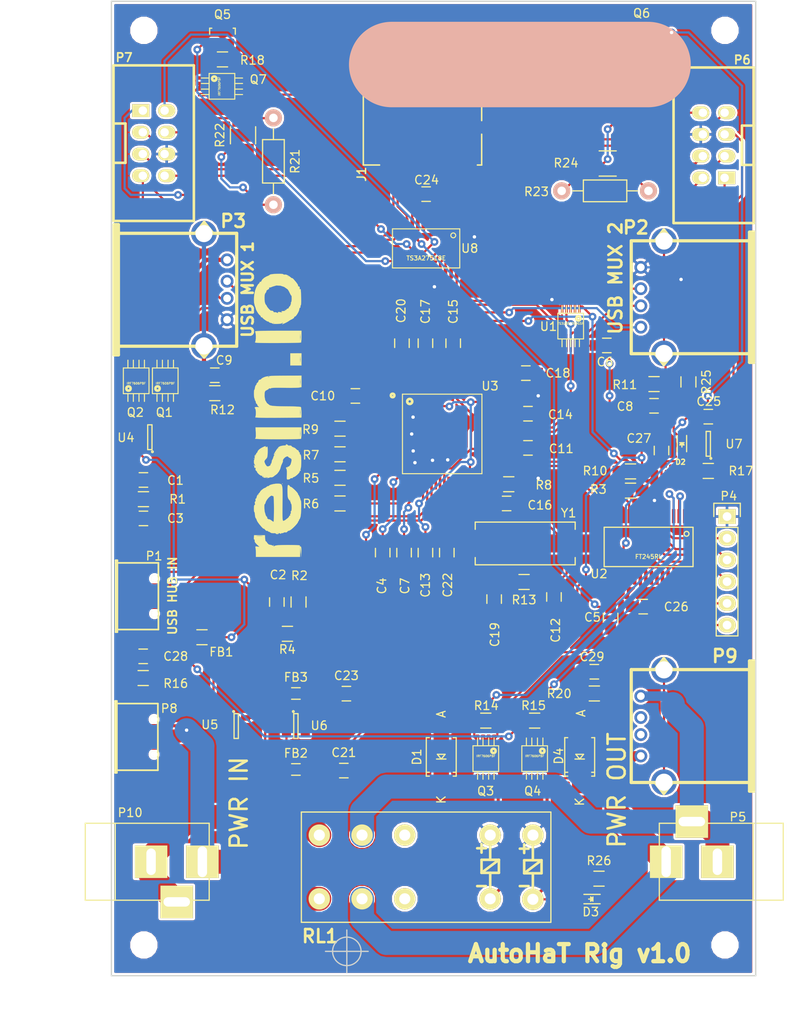
<source format=kicad_pcb>
(kicad_pcb (version 4) (host pcbnew 4.0.2-stable)
  (title_block (title autohat-rig) (date 2016-12-12) (rev 1.0) (company Resin.io) (comment 1 "Author: Adam Malinowski <a.malinowsk2@partner.samsung.com> \\n        Tomás Villaseca <tomas@resin.io>") (comment 2 "Copyright (c) 2016 Samsung Electronics Co., Ltd All Rights Reserved"))
  (layers (0 Front signal) (31 Bottom signal) (34 B.Paste user) (35 F.Paste user) (36 B.SilkS user) (37 F.SilkS user) (38 B.Mask user) (39 F.Mask user) (44 Edge.Cuts user))
  (net 0 "")
  (net 1 GND)
  (net 2 VDD)
  (net 3 "Net-(D1-Pad1)")
  (net 4 "Net-(J1-Pad1)")
  (net 5 "Net-(J1-Pad2)")
  (net 6 "Net-(J1-Pad5)")
  (net 7 "Net-(J1-Pad7)")
  (net 8 "Net-(J1-Pad8)")
  (net 9 "Net-(P2-Pad1)")
  (net 10 /DAT1_DUT)
  (net 11 /DAT0_DUT)
  (net 12 /DAT2_DUT)
  (net 13 /DAT3_DUT)
  (net 14 /CMD_DUT)
  (net 15 /VDD_DUT)
  (net 16 /CLK_DUT)
  (net 17 /DAT1_TS)
  (net 18 /DAT0_TS)
  (net 19 /DAT2_TS)
  (net 20 /DAT3_TS)
  (net 21 /CMD_TS)
  (net 22 /VDD_TS)
  (net 23 /CLK_TS)
  (net 24 "Net-(P10-Pad2)")
  (net 25 "Net-(P10-Pad1)")
  (net 26 /POWER_SW_OFF)
  (net 27 /POWER_SW_ON)
  (net 28 /SOCKET_SEL)
  (net 29 "Net-(R5-Pad2)")
  (net 30 /USB_SEL)
  (net 31 +3V3)
  (net 32 "Net-(J1-Pad3)")
  (net 33 /USD_VDD)
  (net 34 "Net-(P3-Pad1)")
  (net 35 "Net-(C10-Pad1)")
  (net 36 "Net-(C11-Pad1)")
  (net 37 /USB_VBUS)
  (net 38 /XI)
  (net 39 /XO)
  (net 40 /1P1V)
  (net 41 /3P3V)
  (net 42 /USB_UP-)
  (net 43 /USB_UP+)
  (net 44 /USB_DN1+)
  (net 45 /USB_DN1-)
  (net 46 /USB_DN2+)
  (net 47 /USB_DN2-)
  (net 48 /USB_MUX1-)
  (net 49 /USB_MUX1+)
  (net 50 /USB_MUX2-)
  (net 51 /USB_MUX2+)
  (net 52 "Net-(C1-Pad1)")
  (net 53 "Net-(C4-Pad2)")
  (net 54 "Net-(C8-Pad1)")
  (net 55 "Net-(C9-Pad1)")
  (net 56 "Net-(C28-Pad1)")
  (net 57 "Net-(C29-Pad1)")
  (net 58 "Net-(P4-Pad2)")
  (net 59 "Net-(P5-Pad1)")
  (net 60 "Net-(P5-Pad2)")
  (net 61 "Net-(Q2-Pad4)")
  (net 62 "Net-(Q5-Pad2)")
  (net 63 "Net-(Q6-Pad2)")
  (net 64 "Net-(R2-Pad2)")
  (net 65 "Net-(R6-Pad2)")
  (net 66 "Net-(R7-Pad2)")
  (net 67 "Net-(R8-Pad2)")
  (net 68 "Net-(R9-Pad2)")
  (net 69 "Net-(R10-Pad2)")
  (net 70 "Net-(P1-Pad4)")
  (net 71 "Net-(P8-Pad2)")
  (net 72 "Net-(P8-Pad3)")
  (net 73 "Net-(P8-Pad4)")
  (net 74 "Net-(P9-Pad2)")
  (net 75 "Net-(P9-Pad3)")
  (net 76 "Net-(RL1-Pad8)")
  (net 77 "Net-(RL1-Pad3)")
  (net 78 "Net-(U2-Pad8)")
  (net 79 "Net-(U2-Pad19)")
  (net 80 "Net-(U2-Pad22)")
  (net 81 "Net-(U2-Pad23)")
  (net 82 "Net-(U2-Pad24)")
  (net 83 "Net-(U2-Pad27)")
  (net 84 "Net-(U2-Pad28)")
  (net 85 "Net-(U2-Pad13)")
  (net 86 "Net-(U2-Pad14)")
  (net 87 "Net-(U3-Pad1)")
  (net 88 "Net-(U3-Pad3)")
  (net 89 "Net-(U3-Pad4)")
  (net 90 "Net-(U3-Pad5)")
  (net 91 "Net-(U3-Pad6)")
  (net 92 "Net-(U3-Pad7)")
  (net 93 "Net-(U3-Pad9)")
  (net 94 "Net-(U3-Pad11)")
  (net 95 "Net-(U3-Pad12)")
  (net 96 "Net-(U3-Pad14)")
  (net 97 "Net-(U3-Pad15)")
  (net 98 "Net-(U3-Pad49)")
  (net 99 "Net-(U3-Pad50)")
  (net 100 "Net-(U3-Pad56)")
  (net 101 "Net-(U3-Pad57)")
  (net 102 "Net-(U3-Pad64)")
  (net 103 "Net-(U8-Pad3)")
  (net 104 "Net-(Q7-Pad1)")
  (net 105 "Net-(Q8-Pad1)")
  (net 106 "Net-(P4-Pad5)")
  (net 107 "Net-(P4-Pad3)")
  (net 108 "Net-(P4-Pad4)")
  (net 109 "Net-(D2-Pad2)")
  (net 110 "Net-(D2-Pad1)")
  (net 111 "Net-(D3-Pad2)")
  (net 112 "Net-(D3-Pad1)")
  (module Mounting_Holes:MountingHole_2.7mm_M2.5 (layer Front) (at 122 37)
    (fp_text reference REF** hide)
    (fp_text value MountingHole_2.7mm_M2.5)
    (pad 1 np_thru_hole circle (at 0 0) (size 2.7 2.7) (drill 2.7) (layers *.Cu *.Mask))
  )
  (module Mounting_Holes:MountingHole_2.7mm_M2.5 (layer Front) (at 190 37)
    (fp_text reference REF** hide)
    (fp_text value MountingHole_2.7mm_M2.5)
    (pad 1 np_thru_hole circle (at 0 0) (size 2.7 2.7) (drill 2.7) (layers *.Cu *.Mask))
  )
  (module Mounting_Holes:MountingHole_2.7mm_M2.5 (layer Front) (at 122 144)
    (fp_text reference REF** hide)
    (fp_text value MountingHole_2.7mm_M2.5)
    (pad 1 np_thru_hole circle (at 0 0) (size 2.7 2.7) (drill 2.7) (layers *.Cu *.Mask))
  )
  (module TO_SOT_Packages_SMD:SOT-23-5 (layer Front) (at 188.04952 85.37048 180)
    (fp_text reference U7 (at -3.00928 -0.02432 360) (layer F.SilkS))
    (fp_text value 74AHC1G14)
    (pad 1 smd rect (at -1.1 -0.95 180) (size 1.06 0.65) (layers Front F.Paste F.Mask))
    (pad 2 smd rect (at -1.1 0 180) (size 1.06 0.65) (layers Front F.Paste F.Mask) (net 28 /SOCKET_SEL))
    (pad 3 smd rect (at -1.1 0.95 180) (size 1.06 0.65) (layers Front F.Paste F.Mask) (net 1 GND))
    (pad 4 smd rect (at 1.1 0.95 180) (size 1.06 0.65) (layers Front F.Paste F.Mask) (net 109 "Net-(D2-Pad2)"))
    (pad 5 smd rect (at 1.1 -0.95 180) (size 1.06 0.65) (layers Front F.Paste F.Mask) (net 2 VDD))
  )
  (module Capacitors_SMD:C_0805_HandSoldering (layer Front) (at 188.04952 82.19548)
    (fp_text reference C25 (at 0.06288 -1.77908) (layer F.SilkS))
    (fp_text value 100n)
    (pad 1 smd rect (at -1.25 0) (size 1.5 1.25) (layers Front F.Paste F.Mask) (net 31 +3V3))
    (pad 2 smd rect (at 1.25 0) (size 1.5 1.25) (layers Front F.Paste F.Mask) (net 1 GND))
  )
  (module Resistors_SMD:R_0805_HandSoldering (layer Front) (at 188.04952 88.54548)
    (fp_text reference R17 (at 3.82208 -0.00108 180) (layer F.SilkS))
    (fp_text value 10K)
    (pad 1 smd rect (at -1.35 0) (size 1.5 1.3) (layers Front F.Paste F.Mask) (net 2 VDD))
    (pad 2 smd rect (at 1.35 0) (size 1.5 1.3) (layers Front F.Paste F.Mask) (net 28 /SOCKET_SEL))
  )
  (module footprints:msoic-8 (layer Front) (at 131.13626 43.545748 270)
    (fp_text reference Q7 (at -0.797548 -4.24574 360) (layer F.SilkS))
    (fp_text value IRF7606PBF (at 0 0.29972 270) (layer F.SilkS) (effects (font (size 0.24892 0.24892) (thickness 0.0508))))
    (pad 1 smd rect (at -0.97536 2.30124 270) (size 0.40894 1.02108) (layers Front F.Paste F.Mask) (net 104 "Net-(Q7-Pad1)"))
    (pad 2 smd rect (at -0.32512 2.30124 270) (size 0.40894 1.02108) (layers Front F.Paste F.Mask) (net 104 "Net-(Q7-Pad1)"))
    (pad 3 smd rect (at 0.32512 2.30124 270) (size 0.40894 1.02108) (layers Front F.Paste F.Mask) (net 104 "Net-(Q7-Pad1)"))
    (pad 4 smd rect (at 0.97536 2.30124 270) (size 0.40894 1.02108) (layers Front F.Paste F.Mask) (net 62 "Net-(Q5-Pad2)"))
    (pad 5 smd rect (at 0.97536 -2.30124 270) (size 0.40894 1.02108) (layers Front F.Paste F.Mask) (net 33 /USD_VDD))
    (pad 6 smd rect (at 0.32512 -2.30124 270) (size 0.40894 1.02108) (layers Front F.Paste F.Mask) (net 33 /USD_VDD))
    (pad 7 smd rect (at -0.32512 -2.30124 270) (size 0.40894 1.02108) (layers Front F.Paste F.Mask) (net 33 /USD_VDD))
    (pad 8 smd rect (at -0.97536 -2.30124 270) (size 0.40894 1.02108) (layers Front F.Paste F.Mask) (net 33 /USD_VDD))
  )
  (module footprints:msoic-10 (layer Front) (at 171.94952 71.60048 180)
    (fp_text reference U1 (at 2.6 -0.05 180) (layer F.SilkS))
    (fp_text value TS3USB30EDGSR (at 0 0.29972 180) (layer F.SilkS) (effects (font (size 0.24892 0.24892) (thickness 0.0508))))
    (pad 1 smd rect (at -1.00076 2.30124 180) (size 0.29972 1.45) (layers Front F.Paste F.Mask) (net 30 /USB_SEL))
    (pad 2 smd rect (at -0.50038 2.30124 180) (size 0.29972 1.45) (layers Front F.Paste F.Mask) (net 49 /USB_MUX1+))
    (pad 3 smd rect (at 0 2.30124 180) (size 0.29972 1.45) (layers Front F.Paste F.Mask) (net 51 /USB_MUX2+))
    (pad 4 smd rect (at 0.50038 2.30124 180) (size 0.29972 1.45) (layers Front F.Paste F.Mask) (net 46 /USB_DN2+))
    (pad 5 smd rect (at 1.00076 2.30124 180) (size 0.29972 1.45) (layers Front F.Paste F.Mask) (net 1 GND))
    (pad 6 smd rect (at 1.00076 -2.30124 180) (size 0.29972 1.45) (layers Front F.Paste F.Mask) (net 47 /USB_DN2-))
    (pad 7 smd rect (at 0.50038 -2.30124 180) (size 0.29972 1.45) (layers Front F.Paste F.Mask) (net 50 /USB_MUX2-))
    (pad 8 smd rect (at 0 -2.30124 180) (size 0.29972 1.45) (layers Front F.Paste F.Mask) (net 48 /USB_MUX1-))
    (pad 9 smd rect (at -0.50038 -2.30124 180) (size 0.29972 1.45) (layers Front F.Paste F.Mask) (net 1 GND))
    (pad 10 smd rect (at -1.00076 -2.30124 180) (size 0.29972 1.45) (layers Front F.Paste F.Mask) (net 2 VDD))
  )
  (module footprints:tssop-24 (layer Front) (at 155.02952 62.51048 180)
    (fp_text reference U8 (at -5.09952 -0.00048 180) (layer F.SilkS))
    (fp_text value TS3A27518E (at 0 -1.143 180) (layer F.SilkS) (effects (font (size 0.50038 0.50038) (thickness 0.09906))))
    (pad 6 smd rect (at -0.32512 2.79908 180) (size 0.4191 1.47066) (layers Front F.Paste F.Mask) (net 7 "Net-(J1-Pad7)"))
    (pad 7 smd rect (at 0.32512 2.79908 180) (size 0.4191 1.47066) (layers Front F.Paste F.Mask) (net 6 "Net-(J1-Pad5)"))
    (pad 8 smd rect (at 0.97536 2.79908 180) (size 0.4191 1.47066) (layers Front F.Paste F.Mask) (net 31 +3V3))
    (pad 9 smd rect (at 1.6256 2.79908 180) (size 0.4191 1.47066) (layers Front F.Paste F.Mask) (net 32 "Net-(J1-Pad3)"))
    (pad 22 smd rect (at -2.26568 -2.794 180) (size 0.4191 1.47066) (layers Front F.Paste F.Mask) (net 12 /DAT2_DUT))
    (pad 3 smd rect (at -2.27584 2.79908 180) (size 0.4191 1.47066) (layers Front F.Paste F.Mask) (net 103 "Net-(U8-Pad3)"))
    (pad 4 smd rect (at -1.6256 2.79908 180) (size 0.4191 1.47066) (layers Front F.Paste F.Mask) (net 8 "Net-(J1-Pad8)"))
    (pad 5 smd rect (at -0.97536 2.79908 180) (size 0.4191 1.47066) (layers Front F.Paste F.Mask) (net 1 GND))
    (pad 15 smd rect (at 2.27584 -2.79908 180) (size 0.4191 1.47066) (layers Front F.Paste F.Mask) (net 23 /CLK_TS))
    (pad 16 smd rect (at 1.6256 -2.79908 180) (size 0.4191 1.47066) (layers Front F.Paste F.Mask) (net 19 /DAT2_TS))
    (pad 17 smd rect (at 0.97536 -2.79908 180) (size 0.4191 1.47066) (layers Front F.Paste F.Mask) (net 21 /CMD_TS))
    (pad 18 smd rect (at 0.32512 -2.79908 180) (size 0.4191 1.47066) (layers Front F.Paste F.Mask) (net 20 /DAT3_TS))
    (pad 19 smd rect (at -0.32512 -2.79908 180) (size 0.4191 1.47066) (layers Front F.Paste F.Mask) (net 13 /DAT3_DUT))
    (pad 20 smd rect (at -0.97536 -2.79908 180) (size 0.4191 1.47066) (layers Front F.Paste F.Mask) (net 1 GND))
    (pad 10 smd rect (at 2.27584 2.79908 180) (size 0.4191 1.47066) (layers Front F.Paste F.Mask) (net 5 "Net-(J1-Pad2)"))
    (pad 21 smd rect (at -1.6256 -2.794 180) (size 0.4191 1.47066) (layers Front F.Paste F.Mask) (net 14 /CMD_DUT))
    (pad 2 smd rect (at -2.92608 2.79908 180) (size 0.4191 1.47066) (layers Front F.Paste F.Mask) (net 10 /DAT1_DUT))
    (pad 11 smd rect (at 2.92608 2.79908 180) (size 0.4191 1.47066) (layers Front F.Paste F.Mask) (net 17 /DAT1_TS))
    (pad 14 smd rect (at 2.92608 -2.79908 180) (size 0.4191 1.47066) (layers Front F.Paste F.Mask) (net 28 /SOCKET_SEL))
    (pad 23 smd rect (at -2.92608 -2.79908 180) (size 0.4191 1.47066) (layers Front F.Paste F.Mask) (net 16 /CLK_DUT))
    (pad 1 smd rect (at -3.57378 2.79908 180) (size 0.4191 1.47066) (layers Front F.Paste F.Mask) (net 11 /DAT0_DUT))
    (pad 12 smd rect (at 3.57378 2.79908 180) (size 0.4191 1.47066) (layers Front F.Paste F.Mask) (net 4 "Net-(J1-Pad1)"))
    (pad 13 smd rect (at 3.57378 -2.79908 180) (size 0.4191 1.47066) (layers Front F.Paste F.Mask) (net 18 /DAT0_TS))
    (pad 24 smd rect (at -3.57378 -2.79908 180) (size 0.4191 1.47066) (layers Front F.Paste F.Mask) (net 28 /SOCKET_SEL))
  )
  (module Capacitors_SMD:C_0805_HandSoldering (layer Front) (at 137.55952 103.88048 270)
    (fp_text reference C2 (at -3.18 -0.14 360) (layer F.SilkS))
    (fp_text value 10u)
    (pad 1 smd rect (at -1.25 0 270) (size 1.5 1.25) (layers Front F.Paste F.Mask) (net 37 /USB_VBUS))
    (pad 2 smd rect (at 1.25 0 270) (size 1.5 1.25) (layers Front F.Paste F.Mask) (net 1 GND))
  )
  (module Capacitors_SMD:C_0805_HandSoldering (layer Front) (at 176.61952 105.69048 270)
    (fp_text reference C5 (at -0.02648 2.12152 360) (layer F.SilkS))
    (fp_text value 100n)
    (pad 1 smd rect (at -1.25 0 270) (size 1.5 1.25) (layers Front F.Paste F.Mask) (net 31 +3V3))
    (pad 2 smd rect (at 1.25 0 270) (size 1.5 1.25) (layers Front F.Paste F.Mask) (net 1 GND))
  )
  (module Capacitors_SMD:C_0805_HandSoldering (layer Front) (at 181.69952 80.92548 180)
    (fp_text reference C8 (at 3.39152 -0.07512 360) (layer F.SilkS))
    (fp_text value 27p)
    (pad 1 smd rect (at -1.25 0 180) (size 1.5 1.25) (layers Front F.Paste F.Mask) (net 54 "Net-(C8-Pad1)"))
    (pad 2 smd rect (at 1.25 0 180) (size 1.5 1.25) (layers Front F.Paste F.Mask) (net 1 GND))
  )
  (module Capacitors_SMD:C_0805_HandSoldering (layer Front) (at 130.3 77.35096)
    (fp_text reference C9 (at 1.1 -1.75096 180) (layer F.SilkS))
    (fp_text value 27p)
    (pad 1 smd rect (at -1.25 0) (size 1.5 1.25) (layers Front F.Paste F.Mask) (net 55 "Net-(C9-Pad1)"))
    (pad 2 smd rect (at 1.25 0) (size 1.5 1.25) (layers Front F.Paste F.Mask) (net 1 GND))
  )
  (module Capacitors_SMD:C_0805_HandSoldering (layer Front) (at 155.02952 56.16048)
    (fp_text reference C24 (at 0.05 -1.65) (layer F.SilkS))
    (fp_text value 100n)
    (pad 1 smd rect (at -1.25 0) (size 1.5 1.25) (layers Front F.Paste F.Mask) (net 31 +3V3))
    (pad 2 smd rect (at 1.25 0) (size 1.5 1.25) (layers Front F.Paste F.Mask) (net 1 GND))
  )
  (module Capacitors_SMD:C_0805_HandSoldering (layer Front) (at 180.42952 104.42048)
    (fp_text reference C26 (at 3.87288 0.02432) (layer F.SilkS))
    (fp_text value 100n)
    (pad 1 smd rect (at -1.25 0) (size 1.5 1.25) (layers Front F.Paste F.Mask) (net 2 VDD))
    (pad 2 smd rect (at 1.25 0) (size 1.5 1.25) (layers Front F.Paste F.Mask) (net 1 GND))
  )
  (module Capacitors_SMD:C_0805_HandSoldering (layer Front) (at 182.5752 86.1568 90)
    (fp_text reference C27 (at 1.4224 -2.6416 180) (layer F.SilkS))
    (fp_text value 4.7u)
    (pad 1 smd rect (at -1.25 0 90) (size 1.5 1.25) (layers Front F.Paste F.Mask) (net 2 VDD))
    (pad 2 smd rect (at 1.25 0 90) (size 1.5 1.25) (layers Front F.Paste F.Mask) (net 1 GND))
  )
  (module Resistors_SMD:R_0805_HandSoldering (layer Front) (at 128.79952 108.00048)
    (fp_text reference FB1 (at 2.26448 1.72752 180) (layer F.SilkS))
    (fp_text value MI0805K400R-10)
    (pad 1 smd rect (at -1.35 0) (size 1.5 1.3) (layers Front F.Paste F.Mask) (net 2 VDD))
    (pad 2 smd rect (at 1.35 0) (size 1.5 1.3) (layers Front F.Paste F.Mask) (net 37 /USB_VBUS))
  )
  (module footprints:msoic-8 (layer Front) (at 162.01452 122.20048 180)
    (fp_text reference Q3 (at 0.01452 -3.79952 180) (layer F.SilkS))
    (fp_text value IRF7606PBF (at 0 0.29972 180) (layer F.SilkS) (effects (font (size 0.24892 0.24892) (thickness 0.0508))))
    (pad 1 smd rect (at -0.97536 2.30124 180) (size 0.40894 1.02108) (layers Front F.Paste F.Mask) (net 2 VDD))
    (pad 2 smd rect (at -0.32512 2.30124 180) (size 0.40894 1.02108) (layers Front F.Paste F.Mask) (net 2 VDD))
    (pad 3 smd rect (at 0.32512 2.30124 180) (size 0.40894 1.02108) (layers Front F.Paste F.Mask) (net 2 VDD))
    (pad 4 smd rect (at 0.97536 2.30124 180) (size 0.40894 1.02108) (layers Front F.Paste F.Mask) (net 26 /POWER_SW_OFF))
    (pad 5 smd rect (at 0.97536 -2.30124 180) (size 0.40894 1.02108) (layers Front F.Paste F.Mask) (net 3 "Net-(D1-Pad1)"))
    (pad 6 smd rect (at 0.32512 -2.30124 180) (size 0.40894 1.02108) (layers Front F.Paste F.Mask) (net 3 "Net-(D1-Pad1)"))
    (pad 7 smd rect (at -0.32512 -2.30124 180) (size 0.40894 1.02108) (layers Front F.Paste F.Mask) (net 3 "Net-(D1-Pad1)"))
    (pad 8 smd rect (at -0.97536 -2.30124 180) (size 0.40894 1.02108) (layers Front F.Paste F.Mask) (net 3 "Net-(D1-Pad1)"))
  )
  (module footprints:msoic-8 (layer Front) (at 167.72952 122.20048 180)
    (fp_text reference Q4 (at 0.22952 -3.79952 180) (layer F.SilkS))
    (fp_text value IRF7606PBF (at 0 0.29972 180) (layer F.SilkS) (effects (font (size 0.24892 0.24892) (thickness 0.0508))))
    (pad 1 smd rect (at -0.97536 2.30124 180) (size 0.40894 1.02108) (layers Front F.Paste F.Mask) (net 2 VDD))
    (pad 2 smd rect (at -0.32512 2.30124 180) (size 0.40894 1.02108) (layers Front F.Paste F.Mask) (net 2 VDD))
    (pad 3 smd rect (at 0.32512 2.30124 180) (size 0.40894 1.02108) (layers Front F.Paste F.Mask) (net 2 VDD))
    (pad 4 smd rect (at 0.97536 2.30124 180) (size 0.40894 1.02108) (layers Front F.Paste F.Mask) (net 27 /POWER_SW_ON))
    (pad 5 smd rect (at 0.97536 -2.30124 180) (size 0.40894 1.02108) (layers Front F.Paste F.Mask) (net 111 "Net-(D3-Pad2)"))
    (pad 6 smd rect (at 0.32512 -2.30124 180) (size 0.40894 1.02108) (layers Front F.Paste F.Mask) (net 111 "Net-(D3-Pad2)"))
    (pad 7 smd rect (at -0.32512 -2.30124 180) (size 0.40894 1.02108) (layers Front F.Paste F.Mask) (net 111 "Net-(D3-Pad2)"))
    (pad 8 smd rect (at -0.97536 -2.30124 180) (size 0.40894 1.02108) (layers Front F.Paste F.Mask) (net 111 "Net-(D3-Pad2)"))
  )
  (module footprints:msoic-8 (layer Front) (at 179.15952 44.09548 90)
    (fp_text reference Q8 (at 0.61068 -4.15352 180) (layer F.SilkS))
    (fp_text value IRF7606PBF (at 0 0.29972 90) (layer F.SilkS) (effects (font (size 0.24892 0.24892) (thickness 0.0508))))
    (pad 1 smd rect (at -0.97536 2.30124 90) (size 0.40894 1.02108) (layers Front F.Paste F.Mask) (net 105 "Net-(Q8-Pad1)"))
    (pad 2 smd rect (at -0.32512 2.30124 90) (size 0.40894 1.02108) (layers Front F.Paste F.Mask) (net 105 "Net-(Q8-Pad1)"))
    (pad 3 smd rect (at 0.32512 2.30124 90) (size 0.40894 1.02108) (layers Front F.Paste F.Mask) (net 105 "Net-(Q8-Pad1)"))
    (pad 4 smd rect (at 0.97536 2.30124 90) (size 0.40894 1.02108) (layers Front F.Paste F.Mask) (net 63 "Net-(Q6-Pad2)"))
    (pad 5 smd rect (at 0.97536 -2.30124 90) (size 0.40894 1.02108) (layers Front F.Paste F.Mask) (net 33 /USD_VDD))
    (pad 6 smd rect (at 0.32512 -2.30124 90) (size 0.40894 1.02108) (layers Front F.Paste F.Mask) (net 33 /USD_VDD))
    (pad 7 smd rect (at -0.32512 -2.30124 90) (size 0.40894 1.02108) (layers Front F.Paste F.Mask) (net 33 /USD_VDD))
    (pad 8 smd rect (at -0.97536 -2.30124 90) (size 0.40894 1.02108) (layers Front F.Paste F.Mask) (net 33 /USD_VDD))
  )
  (module Resistors_SMD:R_0805_HandSoldering (layer Front) (at 140.09952 103.88048 270)
    (fp_text reference R2 (at -3.08 -0.1 360) (layer F.SilkS))
    (fp_text value 90.9K)
    (pad 1 smd rect (at -1.35 0 270) (size 1.5 1.3) (layers Front F.Paste F.Mask) (net 37 /USB_VBUS))
    (pad 2 smd rect (at 1.35 0 270) (size 1.5 1.3) (layers Front F.Paste F.Mask) (net 64 "Net-(R2-Pad2)"))
  )
  (module Resistors_SMD:R_0805_HandSoldering (layer Front) (at 181.69952 78.38548 180)
    (fp_text reference R11 (at 3.41692 -0.07512 360) (layer F.SilkS))
    (fp_text value 4.7K)
    (pad 1 smd rect (at -1.35 0 180) (size 1.5 1.3) (layers Front F.Paste F.Mask) (net 54 "Net-(C8-Pad1)"))
    (pad 2 smd rect (at 1.35 0 180) (size 1.5 1.3) (layers Front F.Paste F.Mask) (net 1 GND))
  )
  (module Resistors_SMD:R_0805_HandSoldering (layer Front) (at 130.3 79.45096)
    (fp_text reference R12 (at 0.9 1.94904 180) (layer F.SilkS))
    (fp_text value 4.7K)
    (pad 1 smd rect (at -1.35 0) (size 1.5 1.3) (layers Front F.Paste F.Mask) (net 55 "Net-(C9-Pad1)"))
    (pad 2 smd rect (at 1.35 0) (size 1.5 1.3) (layers Front F.Paste F.Mask) (net 1 GND))
  )
  (module Resistors_SMD:R_0805_HandSoldering (layer Front) (at 178.94952 88.60048 180)
    (fp_text reference R10 (at 4.14672 0.05608 360) (layer F.SilkS))
    (fp_text value 10K)
    (pad 1 smd rect (at -1.35 0 180) (size 1.5 1.3) (layers Front F.Paste F.Mask) (net 2 VDD))
    (pad 2 smd rect (at 1.35 0 180) (size 1.5 1.3) (layers Front F.Paste F.Mask) (net 69 "Net-(R10-Pad2)"))
  )
  (module Resistors_SMD:R_0805_HandSoldering (layer Front) (at 162.01452 117.75548 180)
    (fp_text reference R14 (at -0.05 1.75 180) (layer F.SilkS))
    (fp_text value 10K)
    (pad 1 smd rect (at -1.35 0 180) (size 1.5 1.3) (layers Front F.Paste F.Mask) (net 2 VDD))
    (pad 2 smd rect (at 1.35 0 180) (size 1.5 1.3) (layers Front F.Paste F.Mask) (net 26 /POWER_SW_OFF))
  )
  (module Resistors_SMD:R_0805_HandSoldering (layer Front) (at 167.72952 117.75548)
    (fp_text reference R15 (at -0.12952 -1.75548) (layer F.SilkS))
    (fp_text value 10K)
    (pad 1 smd rect (at -1.35 0) (size 1.5 1.3) (layers Front F.Paste F.Mask) (net 2 VDD))
    (pad 2 smd rect (at 1.35 0) (size 1.5 1.3) (layers Front F.Paste F.Mask) (net 27 /POWER_SW_ON))
  )
  (module footprints:G2RK-2 (layer Front) (at 155.02952 134.90048 180)
    (fp_text reference RL1 (at 12.40852 -8.07612 180) (layer F.SilkS) (effects (font (thickness 0.3048))))
    (fp_text value G2R-2-DC5 hide)
    (pad 10 thru_hole circle (at -12.5 3.75 180) (size 2.5 2.5) (drill 1.3) (layers *.Cu *.Mask F.SilkS) (net 1 GND))
    (pad 8 thru_hole circle (at 2.5 3.75 180) (size 2.5 2.5) (drill 1.3) (layers *.Cu *.Mask F.SilkS) (net 76 "Net-(RL1-Pad8)"))
    (pad 7 thru_hole circle (at 7.5 3.75 180) (size 2.5 2.5) (drill 1.3) (layers *.Cu *.Mask F.SilkS) (net 60 "Net-(P5-Pad2)"))
    (pad 6 thru_hole circle (at 12.5 3.75 180) (size 2.5 2.5) (drill 1.3) (layers *.Cu *.Mask F.SilkS) (net 24 "Net-(P10-Pad2)"))
    (pad 5 thru_hole circle (at 12.5 -3.7 180) (size 2.5 2.5) (drill 1.3) (layers *.Cu *.Mask F.SilkS) (net 25 "Net-(P10-Pad1)"))
    (pad 4 thru_hole circle (at 7.5 -3.7 180) (size 2.5 2.5) (drill 1.3) (layers *.Cu *.Mask F.SilkS) (net 59 "Net-(P5-Pad1)"))
    (pad 3 thru_hole circle (at 2.5 -3.7 180) (size 2.5 2.5) (drill 1.3) (layers *.Cu *.Mask F.SilkS) (net 77 "Net-(RL1-Pad3)"))
    (pad 1 thru_hole circle (at -12.49 -3.76 180) (size 2.5 2.5) (drill 1.3) (layers *.Cu *.Mask F.SilkS) (net 111 "Net-(D3-Pad2)"))
    (pad 9 thru_hole circle (at -7.5 3.75 180) (size 2.5 2.5) (drill 1.3) (layers *.Cu *.Mask F.SilkS) (net 1 GND))
    (pad 2 thru_hole circle (at -7.5 -3.7 180) (size 2.5 2.5) (drill 1.3) (layers *.Cu *.Mask F.SilkS) (net 3 "Net-(D1-Pad1)"))
  )
  (module footprints:ssop-28 (layer Front) (at 181.06452 97.43548 180)
    (fp_text reference U2 (at 5.80452 -3.14852 180) (layer F.SilkS))
    (fp_text value FT245RL (at 0 -1.143 180) (layer F.SilkS) (effects (font (size 0.50038 0.50038) (thickness 0.09906))))
    (pad 7 smd rect (at -0.32512 3.59918 180) (size 0.4064 1.651) (layers Front F.Paste F.Mask) (net 1 GND))
    (pad 8 smd rect (at 0.32512 3.59918 180) (size 0.4064 1.651) (layers Front F.Paste F.Mask) (net 78 "Net-(U2-Pad8)"))
    (pad 9 smd rect (at 0.97536 3.59918 180) (size 0.4064 1.651) (layers Front F.Paste F.Mask) (net 108 "Net-(P4-Pad4)"))
    (pad 10 smd rect (at 1.6256 3.59918 180) (size 0.4064 1.651) (layers Front F.Paste F.Mask) (net 106 "Net-(P4-Pad5)"))
    (pad 25 smd rect (at -2.27584 -3.59918 180) (size 0.4064 1.651) (layers Front F.Paste F.Mask) (net 1 GND))
    (pad 4 smd rect (at -2.27584 3.59918 180) (size 0.4064 1.651) (layers Front F.Paste F.Mask) (net 2 VDD))
    (pad 5 smd rect (at -1.6256 3.59918 180) (size 0.4064 1.651) (layers Front F.Paste F.Mask) (net 58 "Net-(P4-Pad2)"))
    (pad 6 smd rect (at -0.97536 3.59918 180) (size 0.4064 1.651) (layers Front F.Paste F.Mask) (net 107 "Net-(P4-Pad3)"))
    (pad 18 smd rect (at 2.27584 -3.59918 180) (size 0.4064 1.651) (layers Front F.Paste F.Mask) (net 1 GND))
    (pad 19 smd rect (at 1.6256 -3.59918 180) (size 0.4064 1.651) (layers Front F.Paste F.Mask) (net 79 "Net-(U2-Pad19)"))
    (pad 20 smd rect (at 0.97536 -3.59918 180) (size 0.4064 1.651) (layers Front F.Paste F.Mask) (net 2 VDD))
    (pad 21 smd rect (at 0.32512 -3.59918 180) (size 0.4064 1.651) (layers Front F.Paste F.Mask) (net 1 GND))
    (pad 22 smd rect (at -0.32512 -3.59918 180) (size 0.4064 1.651) (layers Front F.Paste F.Mask) (net 80 "Net-(U2-Pad22)"))
    (pad 23 smd rect (at -0.97536 -3.59918 180) (size 0.4064 1.651) (layers Front F.Paste F.Mask) (net 81 "Net-(U2-Pad23)"))
    (pad 11 smd rect (at 2.27584 3.59918 180) (size 0.4064 1.651) (layers Front F.Paste F.Mask) (net 30 /USB_SEL))
    (pad 24 smd rect (at -1.6256 -3.59918 180) (size 0.4064 1.651) (layers Front F.Paste F.Mask) (net 82 "Net-(U2-Pad24)"))
    (pad 26 smd rect (at -2.92608 -3.59918 180) (size 0.4064 1.651) (layers Front F.Paste F.Mask) (net 1 GND))
    (pad 27 smd rect (at -3.57378 -3.59918 180) (size 0.4064 1.651) (layers Front F.Paste F.Mask) (net 83 "Net-(U2-Pad27)"))
    (pad 28 smd rect (at -4.22402 -3.59918 180) (size 0.4064 1.651) (layers Front F.Paste F.Mask) (net 84 "Net-(U2-Pad28)"))
    (pad 1 smd rect (at -4.22402 3.59918 180) (size 0.4064 1.651) (layers Front F.Paste F.Mask) (net 28 /SOCKET_SEL))
    (pad 2 smd rect (at -3.57378 3.59918 180) (size 0.4064 1.651) (layers Front F.Paste F.Mask) (net 27 /POWER_SW_ON))
    (pad 3 smd rect (at -2.92608 3.59918 180) (size 0.4064 1.651) (layers Front F.Paste F.Mask) (net 26 /POWER_SW_OFF))
    (pad 12 smd rect (at 2.92608 3.59918 180) (size 0.4064 1.651) (layers Front F.Paste F.Mask) (net 69 "Net-(R10-Pad2)"))
    (pad 13 smd rect (at 3.57378 3.59918 180) (size 0.4064 1.651) (layers Front F.Paste F.Mask) (net 85 "Net-(U2-Pad13)"))
    (pad 14 smd rect (at 4.22402 3.59918 180) (size 0.4064 1.651) (layers Front F.Paste F.Mask) (net 86 "Net-(U2-Pad14)"))
    (pad 15 smd rect (at 4.22402 -3.59918 180) (size 0.4064 1.651) (layers Front F.Paste F.Mask) (net 44 /USB_DN1+))
    (pad 16 smd rect (at 3.57378 -3.59918 180) (size 0.4064 1.651) (layers Front F.Paste F.Mask) (net 45 /USB_DN1-))
    (pad 17 smd rect (at 2.92608 -3.59918 180) (size 0.4064 1.651) (layers Front F.Paste F.Mask) (net 31 +3V3))
  )
  (module TO_SOT_Packages_SMD:SOT-23 (layer Front) (at 131.19952 37.40048)
    (fp_text reference Q5 (at 0 -2.25) (layer F.SilkS))
    (fp_text value 2N7002)
    (pad 1 smd rect (at -0.95 1.00076) (size 0.8001 0.8001) (layers Front F.Paste F.Mask) (net 28 /SOCKET_SEL))
    (pad 2 smd rect (at 0.95 1.00076) (size 0.8001 0.8001) (layers Front F.Paste F.Mask) (net 62 "Net-(Q5-Pad2)"))
    (pad 3 smd rect (at 0 -0.99822) (size 0.8001 0.8001) (layers Front F.Paste F.Mask) (net 1 GND))
  )
  (module TO_SOT_Packages_SMD:SOT-23 (layer Front) (at 180.25 37.25)
    (fp_text reference Q6 (at 0 -2.25) (layer F.SilkS))
    (fp_text value 2N7002)
    (pad 1 smd rect (at -0.95 1.00076) (size 0.8001 0.8001) (layers Front F.Paste F.Mask) (net 109 "Net-(D2-Pad2)"))
    (pad 2 smd rect (at 0.95 1.00076) (size 0.8001 0.8001) (layers Front F.Paste F.Mask) (net 63 "Net-(Q6-Pad2)"))
    (pad 3 smd rect (at 0 -0.99822) (size 0.8001 0.8001) (layers Front F.Paste F.Mask) (net 1 GND))
  )
  (module Resistors_SMD:R_0805_HandSoldering (layer Front) (at 131.19952 40.40048)
    (fp_text reference R18 (at 3.5 0.1) (layer F.SilkS))
    (fp_text value 10K)
    (pad 1 smd rect (at -1.35 0) (size 1.5 1.3) (layers Front F.Paste F.Mask) (net 104 "Net-(Q7-Pad1)"))
    (pad 2 smd rect (at 1.35 0) (size 1.5 1.3) (layers Front F.Paste F.Mask) (net 62 "Net-(Q5-Pad2)"))
  )
  (module Resistors_SMD:R_0805_HandSoldering (layer Front) (at 181.25 40.5 180)
    (fp_text reference R19 (at 4.1612 0.0632 180) (layer F.SilkS))
    (fp_text value 10K)
    (pad 1 smd rect (at -1.35 0 180) (size 1.5 1.3) (layers Front F.Paste F.Mask) (net 105 "Net-(Q8-Pad1)"))
    (pad 2 smd rect (at 1.35 0 180) (size 1.5 1.3) (layers Front F.Paste F.Mask) (net 63 "Net-(Q6-Pad2)"))
  )
  (module footprints:msoic-8 (layer Front) (at 124.49952 78.00048)
    (fp_text reference Q1 (at -0.1 3.7) (layer F.SilkS))
    (fp_text value IRF7606PBF (at 0 0.29972) (layer F.SilkS) (effects (font (size 0.24892 0.24892) (thickness 0.0508))))
    (pad 1 smd rect (at -0.97536 2.30124) (size 0.40894 1.02108) (layers Front F.Paste F.Mask) (net 37 /USB_VBUS))
    (pad 2 smd rect (at -0.32512 2.30124) (size 0.40894 1.02108) (layers Front F.Paste F.Mask) (net 37 /USB_VBUS))
    (pad 3 smd rect (at 0.32512 2.30124) (size 0.40894 1.02108) (layers Front F.Paste F.Mask) (net 37 /USB_VBUS))
    (pad 4 smd rect (at 0.97536 2.30124) (size 0.40894 1.02108) (layers Front F.Paste F.Mask) (net 30 /USB_SEL))
    (pad 5 smd rect (at 0.97536 -2.30124) (size 0.40894 1.02108) (layers Front F.Paste F.Mask) (net 9 "Net-(P2-Pad1)"))
    (pad 6 smd rect (at 0.32512 -2.30124) (size 0.40894 1.02108) (layers Front F.Paste F.Mask) (net 9 "Net-(P2-Pad1)"))
    (pad 7 smd rect (at -0.32512 -2.30124) (size 0.40894 1.02108) (layers Front F.Paste F.Mask) (net 9 "Net-(P2-Pad1)"))
    (pad 8 smd rect (at -0.97536 -2.30124) (size 0.40894 1.02108) (layers Front F.Paste F.Mask) (net 9 "Net-(P2-Pad1)"))
  )
  (module footprints:msoic-8 (layer Front) (at 121.09952 78.00048)
    (fp_text reference Q2 (at -0.1 3.7) (layer F.SilkS))
    (fp_text value IRF7606PBF (at 0 0.29972) (layer F.SilkS) (effects (font (size 0.24892 0.24892) (thickness 0.0508))))
    (pad 1 smd rect (at -0.97536 2.30124) (size 0.40894 1.02108) (layers Front F.Paste F.Mask) (net 37 /USB_VBUS))
    (pad 2 smd rect (at -0.32512 2.30124) (size 0.40894 1.02108) (layers Front F.Paste F.Mask) (net 37 /USB_VBUS))
    (pad 3 smd rect (at 0.32512 2.30124) (size 0.40894 1.02108) (layers Front F.Paste F.Mask) (net 37 /USB_VBUS))
    (pad 4 smd rect (at 0.97536 2.30124) (size 0.40894 1.02108) (layers Front F.Paste F.Mask) (net 61 "Net-(Q2-Pad4)"))
    (pad 5 smd rect (at 0.97536 -2.30124) (size 0.40894 1.02108) (layers Front F.Paste F.Mask) (net 34 "Net-(P3-Pad1)"))
    (pad 6 smd rect (at 0.32512 -2.30124) (size 0.40894 1.02108) (layers Front F.Paste F.Mask) (net 34 "Net-(P3-Pad1)"))
    (pad 7 smd rect (at -0.32512 -2.30124) (size 0.40894 1.02108) (layers Front F.Paste F.Mask) (net 34 "Net-(P3-Pad1)"))
    (pad 8 smd rect (at -0.97536 -2.30124) (size 0.40894 1.02108) (layers Front F.Paste F.Mask) (net 34 "Net-(P3-Pad1)"))
  )
  (module Resistors_SMD:R_0805_HandSoldering (layer Front) (at 178.94952 90.85048 180)
    (fp_text reference R3 (at 3.76572 0.14708 180) (layer F.SilkS))
    (fp_text value 10K)
    (pad 1 smd rect (at -1.35 0 180) (size 1.5 1.3) (layers Front F.Paste F.Mask) (net 2 VDD))
    (pad 2 smd rect (at 1.35 0 180) (size 1.5 1.3) (layers Front F.Paste F.Mask) (net 30 /USB_SEL))
  )
  (module TO_SOT_Packages_SMD:SOT-23-5 (layer Front) (at 122.69952 84.60048 180)
    (fp_text reference U4 (at 2.8 -0.05 180) (layer F.SilkS))
    (fp_text value 74AHC1G14)
    (pad 1 smd rect (at -1.1 -0.95 180) (size 1.06 0.65) (layers Front F.Paste F.Mask))
    (pad 2 smd rect (at -1.1 0 180) (size 1.06 0.65) (layers Front F.Paste F.Mask) (net 30 /USB_SEL))
    (pad 3 smd rect (at -1.1 0.95 180) (size 1.06 0.65) (layers Front F.Paste F.Mask) (net 1 GND))
    (pad 4 smd rect (at 1.1 0.95 180) (size 1.06 0.65) (layers Front F.Paste F.Mask) (net 61 "Net-(Q2-Pad4)"))
    (pad 5 smd rect (at 1.1 -0.95 180) (size 1.06 0.65) (layers Front F.Paste F.Mask) (net 37 /USB_VBUS))
  )
  (module Capacitors_SMD:C_0805_HandSoldering (layer Front) (at 121.92 110.236)
    (fp_text reference C28 (at 3.81 0) (layer F.SilkS))
    (fp_text value 27p)
    (pad 1 smd rect (at -1.25 0) (size 1.5 1.25) (layers Front F.Paste F.Mask) (net 56 "Net-(C28-Pad1)"))
    (pad 2 smd rect (at 1.25 0) (size 1.5 1.25) (layers Front F.Paste F.Mask) (net 1 GND))
  )
  (module Capacitors_SMD:C_0805_HandSoldering (layer Front) (at 174.71452 112.04048 180)
    (fp_text reference C29 (at 0.26732 1.75368 180) (layer F.SilkS))
    (fp_text value 27p)
    (pad 1 smd rect (at -1.25 0 180) (size 1.5 1.25) (layers Front F.Paste F.Mask) (net 57 "Net-(C29-Pad1)"))
    (pad 2 smd rect (at 1.25 0 180) (size 1.5 1.25) (layers Front F.Paste F.Mask) (net 1 GND))
  )
  (module footprints:HIROSE-MICROSD-DM3AT-SF (layer Front) (at 155.02952 35.20548 180)
    (fp_text reference J1 (at 8.128 -17.653 270) (layer F.SilkS) (effects (font (thickness 0.18)) (justify right top)))
    (fp_text value USDCARD hide)
    (pad SH smd rect (at 7.1 -2.35 180) (size 1.3 1.9) (layers Front F.Paste F.Mask) (clearance 0.254))
    (pad SH smd rect (at -6.4 -2.8 180) (size 1 2.8) (layers Front F.Paste F.Mask) (clearance 0.254))
    (pad 1 smd rect (at 3.2 -17.45 180) (size 0.7 1.2) (layers Front F.Paste F.Mask) (net 4 "Net-(J1-Pad1)") (clearance 0.254))
    (pad 2 smd rect (at 2.1 -17.45 180) (size 0.7 1.2) (layers Front F.Paste F.Mask) (net 5 "Net-(J1-Pad2)") (clearance 0.254))
    (pad 3 smd rect (at 1 -17.45 180) (size 0.7 1.2) (layers Front F.Paste F.Mask) (net 32 "Net-(J1-Pad3)") (clearance 0.254))
    (pad 4 smd rect (at -0.1 -17.45 180) (size 0.7 1.2) (layers Front F.Paste F.Mask) (net 33 /USD_VDD) (clearance 0.254))
    (pad 5 smd rect (at -1.2 -17.45 180) (size 0.7 1.2) (layers Front F.Paste F.Mask) (net 6 "Net-(J1-Pad5)") (clearance 0.254))
    (pad 6 smd rect (at -2.3 -17.45 180) (size 0.7 1.2) (layers Front F.Paste F.Mask) (net 1 GND) (clearance 0.254))
    (pad 7 smd rect (at -3.4 -17.45 180) (size 0.7 1.2) (layers Front F.Paste F.Mask) (net 7 "Net-(J1-Pad7)") (clearance 0.254))
    (pad 8 smd rect (at -4.5 -17.45 180) (size 0.7 1.2) (layers Front F.Paste F.Mask) (net 8 "Net-(J1-Pad8)") (clearance 0.254))
    (pad SH smd rect (at 4.75 -17.45 180) (size 1 1.2) (layers Front F.Paste F.Mask) (clearance 0.254))
    (pad DT smd rect (at -5.45 -17.45 180) (size 0.65 1.2) (layers Front F.Paste F.Mask) (clearance 0.254))
    (pad DC smd rect (at -6.4 -6.95 180) (size 1 0.8) (layers Front F.Paste F.Mask) (clearance 0.254))
    (pad SH smd rect (at -6.4 -13.15 180) (size 1 1.2) (layers Front F.Paste F.Mask) (clearance 0.254))
  )
  (module footprints:conn_usb_A (layer Front) (at 186.14452 68.22548 90)
    (fp_text reference P2 (at 8.15448 -6.56652 180) (layer F.SilkS) (effects (font (thickness 0.3048))))
    (fp_text value "USB MUX 2" (at 2.23628 -8.95412 90) (layer F.SilkS) (effects (font (thickness 0.3048))))
    (pad 5 thru_hole circle (at -6.57098 -3.27914 90) (size 2.99974 2.99974) (drill 1.99898) (layers *.Cu *.Mask) (net 54 "Net-(C8-Pad1)"))
    (pad 5 thru_hole circle (at 6.57098 -3.27914 90) (size 2.99974 2.99974) (drill 1.99898) (layers *.Cu *.Mask) (net 54 "Net-(C8-Pad1)"))
    (pad 1 thru_hole circle (at -3.50012 -5.98932 90) (size 1.50114 1.50114) (drill 0.89916) (layers *.Cu *.Mask) (net 9 "Net-(P2-Pad1)"))
    (pad 2 thru_hole circle (at -1.00076 -5.98932 90) (size 1.50114 1.50114) (drill 0.89916) (layers *.Cu *.Mask) (net 48 /USB_MUX1-))
    (pad 3 thru_hole circle (at 1.00076 -5.98932 90) (size 1.50114 1.50114) (drill 0.89916) (layers *.Cu *.Mask) (net 49 /USB_MUX1+))
    (pad 4 thru_hole circle (at 3.50012 -5.98932 90) (size 1.50114 1.50114) (drill 0.89916) (layers *.Cu *.Mask) (net 1 GND))
  )
  (module footprints:conn_usb_A (layer Front) (at 125.75 67.35 270)
    (fp_text reference P3 (at -8.041 -6.711 360) (layer F.SilkS) (effects (font (thickness 0.3048))))
    (fp_text value "USB MUX 1" (at -0.05 -8.4 270) (layer F.SilkS) (effects (font (size 1.3 1.3) (thickness 0.3048))))
    (pad 5 thru_hole circle (at -6.57098 -3.27914 270) (size 2.99974 2.99974) (drill 1.99898) (layers *.Cu *.Mask) (net 55 "Net-(C9-Pad1)"))
    (pad 5 thru_hole circle (at 6.57098 -3.27914 270) (size 2.99974 2.99974) (drill 1.99898) (layers *.Cu *.Mask) (net 55 "Net-(C9-Pad1)"))
    (pad 1 thru_hole circle (at -3.50012 -5.98932 270) (size 1.50114 1.50114) (drill 0.89916) (layers *.Cu *.Mask) (net 34 "Net-(P3-Pad1)"))
    (pad 2 thru_hole circle (at -1.00076 -5.98932 270) (size 1.50114 1.50114) (drill 0.89916) (layers *.Cu *.Mask) (net 50 /USB_MUX2-))
    (pad 3 thru_hole circle (at 1.00076 -5.98932 270) (size 1.50114 1.50114) (drill 0.89916) (layers *.Cu *.Mask) (net 51 /USB_MUX2+))
    (pad 4 thru_hole circle (at 3.50012 -5.98932 270) (size 1.50114 1.50114) (drill 0.89916) (layers *.Cu *.Mask) (net 1 GND))
  )
  (module footprints:PSB_IDC_4x2 (layer Front) (at 188.68452 50.44548 90)
    (fp_text reference P6 (at 9.98328 3.33948 180) (layer F.SilkS) (effects (font (thickness 0.2032))))
    (fp_text value IDC_02X04 hide)
    (pad 8 thru_hole oval (at 3.81 -1.27 90) (size 1.5 2) (drill 1 (offset 0 -0.25)) (layers *.Cu *.Mask F.SilkS) (net 10 /DAT1_DUT))
    (pad 7 thru_hole oval (at 3.81 1.27 90) (size 1.5 2) (drill 1 (offset 0 0.25)) (layers *.Cu *.Mask F.SilkS) (net 11 /DAT0_DUT))
    (pad 1 thru_hole rect (at -3.81 1.27 90) (size 1.5 2) (drill 1 (offset 0 0.25)) (layers *.Cu *.Mask F.SilkS) (net 12 /DAT2_DUT))
    (pad 2 thru_hole oval (at -3.81 -1.27 90) (size 1.5 2) (drill 1 (offset 0 -0.25)) (layers *.Cu *.Mask F.SilkS) (net 13 /DAT3_DUT))
    (pad 3 thru_hole oval (at -1.27 1.27 90) (size 1.5 2) (drill 1 (offset 0 0.25)) (layers *.Cu *.Mask F.SilkS) (net 14 /CMD_DUT))
    (pad 4 thru_hole oval (at -1.27 -1.27 90) (size 1.5 2) (drill 1 (offset 0 -0.25)) (layers *.Cu *.Mask F.SilkS) (net 15 /VDD_DUT))
    (pad 5 thru_hole oval (at 1.27 1.27 90) (size 1.5 2) (drill 1 (offset 0 0.25)) (layers *.Cu *.Mask F.SilkS) (net 16 /CLK_DUT))
    (pad 6 thru_hole oval (at 1.27 -1.27 90) (size 1.5 2) (drill 1 (offset 0 -0.25)) (layers *.Cu *.Mask F.SilkS) (net 1 GND))
  )
  (module footprints:PSB_IDC_4x2 (layer Front) (at 123.15 50.2 270)
    (fp_text reference P7 (at -10.0172 3.4652 360) (layer F.SilkS) (effects (font (thickness 0.2032))))
    (fp_text value IDC_02X04 hide)
    (pad 8 thru_hole oval (at 3.81 -1.27 270) (size 1.5 2) (drill 1 (offset 0 -0.25)) (layers *.Cu *.Mask F.SilkS) (net 17 /DAT1_TS))
    (pad 7 thru_hole oval (at 3.81 1.27 270) (size 1.5 2) (drill 1 (offset 0 0.25)) (layers *.Cu *.Mask F.SilkS) (net 18 /DAT0_TS))
    (pad 1 thru_hole rect (at -3.81 1.27 270) (size 1.5 2) (drill 1 (offset 0 0.25)) (layers *.Cu *.Mask F.SilkS) (net 19 /DAT2_TS))
    (pad 2 thru_hole oval (at -3.81 -1.27 270) (size 1.5 2) (drill 1 (offset 0 -0.25)) (layers *.Cu *.Mask F.SilkS) (net 20 /DAT3_TS))
    (pad 3 thru_hole oval (at -1.27 1.27 270) (size 1.5 2) (drill 1 (offset 0 0.25)) (layers *.Cu *.Mask F.SilkS) (net 21 /CMD_TS))
    (pad 4 thru_hole oval (at -1.27 -1.27 270) (size 1.5 2) (drill 1 (offset 0 -0.25)) (layers *.Cu *.Mask F.SilkS) (net 22 /VDD_TS))
    (pad 5 thru_hole oval (at 1.27 1.27 270) (size 1.5 2) (drill 1 (offset 0 0.25)) (layers *.Cu *.Mask F.SilkS) (net 23 /CLK_TS))
    (pad 6 thru_hole oval (at 1.27 -1.27 270) (size 1.5 2) (drill 1 (offset 0 -0.25)) (layers *.Cu *.Mask F.SilkS) (net 1 GND))
  )
  (module Connect:BARREL_JACK (layer Front) (at 189.31952 134.26548 180)
    (fp_text reference P5 (at -2.19648 5.23348 360) (layer F.SilkS))
    (fp_text value BARREL_JACK)
    (pad 1 thru_hole rect (at 6.20014 0 180) (size 3.8 3.8) (drill oval 1.1 3.6) (layers *.Cu *.Mask F.SilkS) (net 59 "Net-(P5-Pad1)"))
    (pad 2 thru_hole rect (at 0.20066 0 180) (size 3.8 3.8) (drill oval 1.1 3.1) (layers *.Cu *.Mask F.SilkS) (net 60 "Net-(P5-Pad2)"))
    (pad 3 thru_hole rect (at 3.2004 4.699 180) (size 3.8 3.8) (drill oval 3.1 1.1) (layers *.Cu *.Mask F.SilkS) (net 60 "Net-(P5-Pad2)"))
  )
  (module footprints:conn_usb_A (layer Front) (at 186.14452 118.39048 90)
    (fp_text reference P9 (at 8.17988 3.84748 180) (layer F.SilkS) (effects (font (thickness 0.3048))))
    (fp_text value "PWR OUT" (at -7.50952 -8.79452 90) (layer F.SilkS) (effects (font (size 2 2) (thickness 0.3))))
    (pad 5 thru_hole circle (at -6.57098 -3.27914 90) (size 2.99974 2.99974) (drill 1.99898) (layers *.Cu *.Mask) (net 57 "Net-(C29-Pad1)"))
    (pad 5 thru_hole circle (at 6.57098 -3.27914 90) (size 2.99974 2.99974) (drill 1.99898) (layers *.Cu *.Mask) (net 57 "Net-(C29-Pad1)"))
    (pad 1 thru_hole circle (at -3.50012 -5.98932 90) (size 1.50114 1.50114) (drill 0.89916) (layers *.Cu *.Mask) (net 59 "Net-(P5-Pad1)"))
    (pad 2 thru_hole circle (at -1.00076 -5.98932 90) (size 1.50114 1.50114) (drill 0.89916) (layers *.Cu *.Mask) (net 74 "Net-(P9-Pad2)"))
    (pad 3 thru_hole circle (at 1.00076 -5.98932 90) (size 1.50114 1.50114) (drill 0.89916) (layers *.Cu *.Mask) (net 75 "Net-(P9-Pad3)"))
    (pad 4 thru_hole circle (at 3.50012 -5.98932 90) (size 1.50114 1.50114) (drill 0.89916) (layers *.Cu *.Mask) (net 60 "Net-(P5-Pad2)"))
  )
  (module footprints:conn_usb_B_micro (layer Front) (at 120.73952 119.66048 270)
    (fp_text reference P8 (at -3.32848 -4.22848 360) (layer F.SilkS))
    (fp_text value "PWR IN" (at 7.74592 -12.38188 270) (layer F.SilkS) (effects (font (size 2 2) (thickness 0.3))))
    (pad 6 smd rect (at -1.19888 0 270) (size 1.89738 1.89738) (layers Front F.Paste F.Mask) (net 56 "Net-(C28-Pad1)"))
    (pad 6 smd rect (at 1.19888 0 270) (size 1.89738 1.89738) (layers Front F.Paste F.Mask) (net 56 "Net-(C28-Pad1)"))
    (pad 6 smd rect (at 3.9497 0 270) (size 1.89738 1.89738) (layers Front F.Paste F.Mask) (net 56 "Net-(C28-Pad1)"))
    (pad 6 smd rect (at -3.9497 0 270) (size 1.89738 1.89738) (layers Front F.Paste F.Mask) (net 56 "Net-(C28-Pad1)"))
    (pad 1 smd rect (at -1.30048 -2.67462 270) (size 0.39878 1.34874) (layers Front F.Paste F.Mask) (net 25 "Net-(P10-Pad1)"))
    (pad 2 smd rect (at -0.6477 -2.67462 270) (size 0.39878 1.3462) (layers Front F.Paste F.Mask) (net 71 "Net-(P8-Pad2)"))
    (pad 3 smd rect (at 0 -2.67462 270) (size 0.39878 1.3462) (layers Front F.Paste F.Mask) (net 72 "Net-(P8-Pad3)"))
    (pad 4 smd rect (at 0.6477 -2.67462 270) (size 0.39878 1.3462) (layers Front F.Paste F.Mask) (net 73 "Net-(P8-Pad4)"))
    (pad 5 smd rect (at 1.30048 -2.67462 270) (size 0.39878 1.3462) (layers Front F.Paste F.Mask) (net 24 "Net-(P10-Pad2)"))
    (pad "" np_thru_hole circle (at 2.05 -2.45 270) (size 0.79756 0.79756) (drill 0.79756) (layers *.Cu *.Mask F.SilkS))
    (pad "" np_thru_hole circle (at -2.05 -2.45 270) (size 0.79756 0.79756) (drill 0.79756) (layers *.Cu *.Mask F.SilkS))
  )
  (module Connect:BARREL_JACK (layer Front) (at 122.64452 134.26548)
    (fp_text reference P10 (at -2.24852 -5.74148 180) (layer F.SilkS))
    (fp_text value BARREL_JACK)
    (pad 1 thru_hole rect (at 6.20014 0) (size 3.8 3.8) (drill oval 1.1 3.6) (layers *.Cu *.Mask F.SilkS) (net 25 "Net-(P10-Pad1)"))
    (pad 2 thru_hole rect (at 0.20066 0) (size 3.8 3.8) (drill oval 1.1 3.1) (layers *.Cu *.Mask F.SilkS) (net 24 "Net-(P10-Pad2)"))
    (pad 3 thru_hole rect (at 3.2004 4.699) (size 3.8 3.8) (drill oval 3.1 1.1) (layers *.Cu *.Mask F.SilkS) (net 24 "Net-(P10-Pad2)"))
  )
  (module Resistors_SMD:R_0805_HandSoldering (layer Front) (at 121.92 112.776)
    (fp_text reference R16 (at 3.81 0.635) (layer F.SilkS))
    (fp_text value 4.7K)
    (pad 1 smd rect (at -1.35 0) (size 1.5 1.3) (layers Front F.Paste F.Mask) (net 56 "Net-(C28-Pad1)"))
    (pad 2 smd rect (at 1.35 0) (size 1.5 1.3) (layers Front F.Paste F.Mask) (net 1 GND))
  )
  (module Resistors_SMD:R_0805_HandSoldering (layer Front) (at 174.71452 114.58048 180)
    (fp_text reference R20 (at 4.11452 -0.01952 180) (layer F.SilkS))
    (fp_text value 4.7K)
    (pad 1 smd rect (at -1.35 0 180) (size 1.5 1.3) (layers Front F.Paste F.Mask) (net 57 "Net-(C29-Pad1)"))
    (pad 2 smd rect (at 1.35 0 180) (size 1.5 1.3) (layers Front F.Paste F.Mask) (net 1 GND))
  )
  (module Capacitors_SMD:C_0805_HandSoldering (layer Front) (at 121.94952 89.60048)
    (fp_text reference C1 (at 3.75 0.05) (layer F.SilkS))
    (fp_text value 100n)
    (pad 1 smd rect (at -1.25 0) (size 1.5 1.25) (layers Front F.Paste F.Mask) (net 52 "Net-(C1-Pad1)"))
    (pad 2 smd rect (at 1.25 0) (size 1.5 1.25) (layers Front F.Paste F.Mask) (net 1 GND))
  )
  (module Capacitors_SMD:C_0805_HandSoldering (layer Front) (at 121.94952 94.10048)
    (fp_text reference C3 (at 3.75 0) (layer F.SilkS))
    (fp_text value 1n)
    (pad 1 smd rect (at -1.25 0) (size 1.5 1.25) (layers Front F.Paste F.Mask) (net 52 "Net-(C1-Pad1)"))
    (pad 2 smd rect (at 1.25 0) (size 1.5 1.25) (layers Front F.Paste F.Mask) (net 1 GND))
  )
  (module Capacitors_SMD:C_0805_HandSoldering (layer Front) (at 149.94952 98.10048 90)
    (fp_text reference C4 (at -3.9 -0.1 90) (layer F.SilkS))
    (fp_text value 1u)
    (pad 1 smd rect (at -1.25 0 90) (size 1.5 1.25) (layers Front F.Paste F.Mask) (net 1 GND))
    (pad 2 smd rect (at 1.25 0 90) (size 1.5 1.25) (layers Front F.Paste F.Mask) (net 53 "Net-(C4-Pad2)"))
  )
  (module Capacitors_SMD:C_0805_HandSoldering (layer Front) (at 152.44952 98.10048 270)
    (fp_text reference C7 (at 3.9 -0.1 270) (layer F.SilkS))
    (fp_text value 100n)
    (pad 1 smd rect (at -1.25 0 270) (size 1.5 1.25) (layers Front F.Paste F.Mask) (net 36 "Net-(C11-Pad1)"))
    (pad 2 smd rect (at 1.25 0 270) (size 1.5 1.25) (layers Front F.Paste F.Mask) (net 1 GND))
  )
  (module Capacitors_SMD:C_0805_HandSoldering (layer Front) (at 146.74952 79.77048 180)
    (fp_text reference C10 (at 3.81 0 180) (layer F.SilkS))
    (fp_text value 100n)
    (pad 1 smd rect (at -1.25 0 180) (size 1.5 1.25) (layers Front F.Paste F.Mask) (net 35 "Net-(C10-Pad1)"))
    (pad 2 smd rect (at 1.25 0 180) (size 1.5 1.25) (layers Front F.Paste F.Mask) (net 1 GND))
  )
  (module Capacitors_SMD:C_0805_HandSoldering (layer Front) (at 166.94952 85.85048)
    (fp_text reference C11 (at 3.9 0.1) (layer F.SilkS))
    (fp_text value 100n)
    (pad 1 smd rect (at -1.25 0) (size 1.5 1.25) (layers Front F.Paste F.Mask) (net 36 "Net-(C11-Pad1)"))
    (pad 2 smd rect (at 1.25 0) (size 1.5 1.25) (layers Front F.Paste F.Mask) (net 1 GND))
  )
  (module Capacitors_SMD:C_0805_HandSoldering (layer Front) (at 169.98952 103.28648 270)
    (fp_text reference C12 (at 3.90152 -0.19048 270) (layer F.SilkS))
    (fp_text value 18p)
    (pad 1 smd rect (at -1.25 0 270) (size 1.5 1.25) (layers Front F.Paste F.Mask) (net 38 /XI))
    (pad 2 smd rect (at 1.25 0 270) (size 1.5 1.25) (layers Front F.Paste F.Mask) (net 1 GND))
  )
  (module Capacitors_SMD:C_0805_HandSoldering (layer Front) (at 154.94952 98.10048 270)
    (fp_text reference C13 (at 3.81 0 270) (layer F.SilkS))
    (fp_text value 100n)
    (pad 1 smd rect (at -1.25 0 270) (size 1.5 1.25) (layers Front F.Paste F.Mask) (net 35 "Net-(C10-Pad1)"))
    (pad 2 smd rect (at 1.25 0 270) (size 1.5 1.25) (layers Front F.Paste F.Mask) (net 1 GND))
  )
  (module Capacitors_SMD:C_0805_HandSoldering (layer Front) (at 166.94952 81.85048)
    (fp_text reference C14 (at 3.8 0.1) (layer F.SilkS))
    (fp_text value 100n)
    (pad 1 smd rect (at -1.25 0) (size 1.5 1.25) (layers Front F.Paste F.Mask) (net 36 "Net-(C11-Pad1)"))
    (pad 2 smd rect (at 1.25 0) (size 1.5 1.25) (layers Front F.Paste F.Mask) (net 1 GND))
  )
  (module Capacitors_SMD:C_0805_HandSoldering (layer Front) (at 158.19952 73.60048 90)
    (fp_text reference C15 (at 3.7 0 90) (layer F.SilkS))
    (fp_text value 100n)
    (pad 1 smd rect (at -1.25 0 90) (size 1.5 1.25) (layers Front F.Paste F.Mask) (net 36 "Net-(C11-Pad1)"))
    (pad 2 smd rect (at 1.25 0 90) (size 1.5 1.25) (layers Front F.Paste F.Mask) (net 1 GND))
  )
  (module Capacitors_SMD:C_0805_HandSoldering (layer Front) (at 164.44952 92.35048)
    (fp_text reference C16 (at 3.9 0.2) (layer F.SilkS))
    (fp_text value 100n)
    (pad 1 smd rect (at -1.25 0) (size 1.5 1.25) (layers Front F.Paste F.Mask) (net 35 "Net-(C10-Pad1)"))
    (pad 2 smd rect (at 1.25 0) (size 1.5 1.25) (layers Front F.Paste F.Mask) (net 1 GND))
  )
  (module Capacitors_SMD:C_0805_HandSoldering (layer Front) (at 154.94952 73.60048 90)
    (fp_text reference C17 (at 3.7 0 90) (layer F.SilkS))
    (fp_text value 100n)
    (pad 1 smd rect (at -1.25 0 90) (size 1.5 1.25) (layers Front F.Paste F.Mask) (net 36 "Net-(C11-Pad1)"))
    (pad 2 smd rect (at 1.25 0 90) (size 1.5 1.25) (layers Front F.Paste F.Mask) (net 1 GND))
  )
  (module Capacitors_SMD:C_0805_HandSoldering (layer Front) (at 166.69952 77.10048)
    (fp_text reference C18 (at 3.77 0) (layer F.SilkS))
    (fp_text value 100n)
    (pad 1 smd rect (at -1.25 0) (size 1.5 1.25) (layers Front F.Paste F.Mask) (net 35 "Net-(C10-Pad1)"))
    (pad 2 smd rect (at 1.25 0) (size 1.5 1.25) (layers Front F.Paste F.Mask) (net 1 GND))
  )
  (module Capacitors_SMD:C_0805_HandSoldering (layer Front) (at 162.98952 103.53648 270)
    (fp_text reference C19 (at 4.15952 -0.07848 270) (layer F.SilkS))
    (fp_text value 18p)
    (pad 1 smd rect (at -1.25 0 270) (size 1.5 1.25) (layers Front F.Paste F.Mask) (net 39 /XO))
    (pad 2 smd rect (at 1.25 0 270) (size 1.5 1.25) (layers Front F.Paste F.Mask) (net 1 GND))
  )
  (module Capacitors_SMD:C_0805_HandSoldering (layer Front) (at 152.19952 73.60048 90)
    (fp_text reference C20 (at 3.8 -0.1 90) (layer F.SilkS))
    (fp_text value 100n)
    (pad 1 smd rect (at -1.25 0 90) (size 1.5 1.25) (layers Front F.Paste F.Mask) (net 36 "Net-(C11-Pad1)"))
    (pad 2 smd rect (at 1.25 0 90) (size 1.5 1.25) (layers Front F.Paste F.Mask) (net 1 GND))
  )
  (module Capacitors_SMD:C_0805_HandSoldering (layer Front) (at 145.39952 123.60048)
    (fp_text reference C21 (at 0 -2.1) (layer F.SilkS))
    (fp_text value 10u)
    (pad 1 smd rect (at -1.25 0) (size 1.5 1.25) (layers Front F.Paste F.Mask) (net 35 "Net-(C10-Pad1)"))
    (pad 2 smd rect (at 1.25 0) (size 1.5 1.25) (layers Front F.Paste F.Mask) (net 1 GND))
  )
  (module Capacitors_SMD:C_0805_HandSoldering (layer Front) (at 157.44952 98.10048 270)
    (fp_text reference C22 (at 3.8 -0.1 270) (layer F.SilkS))
    (fp_text value 100n)
    (pad 1 smd rect (at -1.25 0 270) (size 1.5 1.25) (layers Front F.Paste F.Mask) (net 36 "Net-(C11-Pad1)"))
    (pad 2 smd rect (at 1.25 0 270) (size 1.5 1.25) (layers Front F.Paste F.Mask) (net 1 GND))
  )
  (module Capacitors_SMD:C_0805_HandSoldering (layer Front) (at 145.69952 114.60048)
    (fp_text reference C23 (at 0 -2.1) (layer F.SilkS))
    (fp_text value 10u)
    (pad 1 smd rect (at -1.25 0) (size 1.5 1.25) (layers Front F.Paste F.Mask) (net 36 "Net-(C11-Pad1)"))
    (pad 2 smd rect (at 1.25 0) (size 1.5 1.25) (layers Front F.Paste F.Mask) (net 1 GND))
  )
  (module Resistors_SMD:R_0603_HandSoldering (layer Front) (at 139.78952 123.47048)
    (fp_text reference FB2 (at 0 -1.9) (layer F.SilkS))
    (fp_text value BLM18PG221SN1D)
    (pad 1 smd rect (at -1.1 0) (size 1.2 0.9) (layers Front F.Paste F.Mask) (net 41 /3P3V))
    (pad 2 smd rect (at 1.1 0) (size 1.2 0.9) (layers Front F.Paste F.Mask) (net 35 "Net-(C10-Pad1)"))
  )
  (module Resistors_SMD:R_0603_HandSoldering (layer Front) (at 139.78952 114.58048)
    (fp_text reference FB3 (at 0 -1.9) (layer F.SilkS))
    (fp_text value BLM18PG221SN1D)
    (pad 1 smd rect (at -1.1 0) (size 1.2 0.9) (layers Front F.Paste F.Mask) (net 40 /1P1V))
    (pad 2 smd rect (at 1.1 0) (size 1.2 0.9) (layers Front F.Paste F.Mask) (net 36 "Net-(C11-Pad1)"))
  )
  (module Resistors_SMD:R_0805_HandSoldering (layer Front) (at 138.79952 107.60048)
    (fp_text reference R4 (at -0.01392 1.82272) (layer F.SilkS))
    (fp_text value 10K)
    (pad 1 smd rect (at -1.35 0) (size 1.5 1.3) (layers Front F.Paste F.Mask) (net 1 GND))
    (pad 2 smd rect (at 1.35 0) (size 1.5 1.3) (layers Front F.Paste F.Mask) (net 64 "Net-(R2-Pad2)"))
  )
  (module Resistors_SMD:R_0805_HandSoldering (layer Front) (at 121.94952 91.85048 180)
    (fp_text reference R1 (at -4 0 180) (layer F.SilkS))
    (fp_text value 1M)
    (pad 1 smd rect (at -1.35 0 180) (size 1.5 1.3) (layers Front F.Paste F.Mask) (net 1 GND))
    (pad 2 smd rect (at 1.35 0 180) (size 1.5 1.3) (layers Front F.Paste F.Mask) (net 52 "Net-(C1-Pad1)"))
  )
  (module Resistors_SMD:R_0805_HandSoldering (layer Front) (at 144.94952 89.35048)
    (fp_text reference R5 (at -3.39952 0.04952) (layer F.SilkS))
    (fp_text value 4.7K)
    (pad 1 smd rect (at -1.35 0) (size 1.5 1.3) (layers Front F.Paste F.Mask) (net 1 GND))
    (pad 2 smd rect (at 1.35 0) (size 1.5 1.3) (layers Front F.Paste F.Mask) (net 29 "Net-(R5-Pad2)"))
  )
  (module Resistors_SMD:R_0805_HandSoldering (layer Front) (at 144.94952 92.35048)
    (fp_text reference R6 (at -3.39952 0.04952) (layer F.SilkS))
    (fp_text value 4.7K)
    (pad 1 smd rect (at -1.35 0) (size 1.5 1.3) (layers Front F.Paste F.Mask) (net 1 GND))
    (pad 2 smd rect (at 1.35 0) (size 1.5 1.3) (layers Front F.Paste F.Mask) (net 65 "Net-(R6-Pad2)"))
  )
  (module Resistors_SMD:R_0805_HandSoldering (layer Front) (at 144.94952 86.60048)
    (fp_text reference R7 (at -3.39952 0.09952) (layer F.SilkS))
    (fp_text value 4.7K)
    (pad 1 smd rect (at -1.35 0) (size 1.5 1.3) (layers Front F.Paste F.Mask) (net 1 GND))
    (pad 2 smd rect (at 1.35 0) (size 1.5 1.3) (layers Front F.Paste F.Mask) (net 66 "Net-(R7-Pad2)"))
  )
  (module Resistors_SMD:R_0805_HandSoldering (layer Front) (at 164.69952 90.10048 180)
    (fp_text reference R8 (at -4.1 -0.1 180) (layer F.SilkS))
    (fp_text value 9.53K)
    (pad 1 smd rect (at -1.35 0 180) (size 1.5 1.3) (layers Front F.Paste F.Mask) (net 1 GND))
    (pad 2 smd rect (at 1.35 0 180) (size 1.5 1.3) (layers Front F.Paste F.Mask) (net 67 "Net-(R8-Pad2)"))
  )
  (module Resistors_SMD:R_0805_HandSoldering (layer Front) (at 144.94952 83.60048)
    (fp_text reference R9 (at -3.44952 0.09952) (layer F.SilkS))
    (fp_text value 4.7K)
    (pad 1 smd rect (at -1.35 0) (size 1.5 1.3) (layers Front F.Paste F.Mask) (net 1 GND))
    (pad 2 smd rect (at 1.35 0) (size 1.5 1.3) (layers Front F.Paste F.Mask) (net 68 "Net-(R9-Pad2)"))
  )
  (module Resistors_SMD:R_0805_HandSoldering (layer Front) (at 166.48952 101.53648 180)
    (fp_text reference R13 (at 0 -2.1 180) (layer F.SilkS))
    (fp_text value 1M)
    (pad 1 smd rect (at -1.35 0 180) (size 1.5 1.3) (layers Front F.Paste F.Mask) (net 38 /XI))
    (pad 2 smd rect (at 1.35 0 180) (size 1.5 1.3) (layers Front F.Paste F.Mask) (net 39 /XO))
  )
  (module TUSB4041IPAPR:QFP50P1200X1200X105-65N (layer Front) (at 156.90952 84.21548)
    (fp_text reference U3 (at 5.59968 -5.60248) (layer F.SilkS))
    (fp_text value TUSB4041IPAPR hide)
    (pad 1 smd rect (at -5.75 -3.75) (size 1.5 0.3) (layers Front F.Paste F.Mask) (net 87 "Net-(U3-Pad1)"))
    (pad 2 smd rect (at -5.75 -3.25) (size 1.5 0.3) (layers Front F.Paste F.Mask) (net 35 "Net-(C10-Pad1)"))
    (pad 3 smd rect (at -5.75 -2.75) (size 1.5 0.3) (layers Front F.Paste F.Mask) (net 88 "Net-(U3-Pad3)"))
    (pad 4 smd rect (at -5.75 -2.25) (size 1.5 0.3) (layers Front F.Paste F.Mask) (net 89 "Net-(U3-Pad4)"))
    (pad 5 smd rect (at -5.75 -1.75) (size 1.5 0.3) (layers Front F.Paste F.Mask) (net 90 "Net-(U3-Pad5)"))
    (pad 6 smd rect (at -5.75 -1.25) (size 1.5 0.3) (layers Front F.Paste F.Mask) (net 91 "Net-(U3-Pad6)"))
    (pad 7 smd rect (at -5.75 -0.75) (size 1.5 0.3) (layers Front F.Paste F.Mask) (net 92 "Net-(U3-Pad7)"))
    (pad 8 smd rect (at -5.75 -0.25) (size 1.5 0.3) (layers Front F.Paste F.Mask) (net 68 "Net-(R9-Pad2)"))
    (pad 9 smd rect (at -5.75 0.25) (size 1.5 0.3) (layers Front F.Paste F.Mask) (net 93 "Net-(U3-Pad9)"))
    (pad 10 smd rect (at -5.75 0.75) (size 1.5 0.3) (layers Front F.Paste F.Mask) (net 66 "Net-(R7-Pad2)"))
    (pad 11 smd rect (at -5.75 1.25) (size 1.5 0.3) (layers Front F.Paste F.Mask) (net 94 "Net-(U3-Pad11)"))
    (pad 12 smd rect (at -5.75 1.75) (size 1.5 0.3) (layers Front F.Paste F.Mask) (net 95 "Net-(U3-Pad12)"))
    (pad 13 smd rect (at -5.75 2.25) (size 1.5 0.3) (layers Front F.Paste F.Mask) (net 29 "Net-(R5-Pad2)"))
    (pad 14 smd rect (at -5.75 2.75) (size 1.5 0.3) (layers Front F.Paste F.Mask) (net 96 "Net-(U3-Pad14)"))
    (pad 15 smd rect (at -5.75 3.25) (size 1.5 0.3) (layers Front F.Paste F.Mask) (net 97 "Net-(U3-Pad15)"))
    (pad 16 smd rect (at -5.75 3.75) (size 1.5 0.3) (layers Front F.Paste F.Mask) (net 64 "Net-(R2-Pad2)"))
    (pad 17 smd rect (at -3.75 5.75 90) (size 1.5 0.3) (layers Front F.Paste F.Mask) (net 65 "Net-(R6-Pad2)"))
    (pad 18 smd rect (at -3.25 5.75 90) (size 1.5 0.3) (layers Front F.Paste F.Mask) (net 53 "Net-(C4-Pad2)"))
    (pad 19 smd rect (at -2.75 5.75 90) (size 1.5 0.3) (layers Front F.Paste F.Mask) (net 36 "Net-(C11-Pad1)"))
    (pad 20 smd rect (at -2.25 5.75 90) (size 1.5 0.3) (layers Front F.Paste F.Mask) (net 35 "Net-(C10-Pad1)"))
    (pad 21 smd rect (at -1.75 5.75 90) (size 1.5 0.3) (layers Front F.Paste F.Mask) (net 43 /USB_UP+))
    (pad 22 smd rect (at -1.25 5.75 90) (size 1.5 0.3) (layers Front F.Paste F.Mask) (net 42 /USB_UP-))
    (pad 23 smd rect (at -0.75 5.75 90) (size 1.5 0.3) (layers Front F.Paste F.Mask))
    (pad 24 smd rect (at -0.25 5.75 90) (size 1.5 0.3) (layers Front F.Paste F.Mask))
    (pad 25 smd rect (at 0.25 5.75 90) (size 1.5 0.3) (layers Front F.Paste F.Mask) (net 36 "Net-(C11-Pad1)"))
    (pad 26 smd rect (at 0.75 5.75 90) (size 1.5 0.3) (layers Front F.Paste F.Mask))
    (pad 27 smd rect (at 1.25 5.75 90) (size 1.5 0.3) (layers Front F.Paste F.Mask))
    (pad 28 smd rect (at 1.75 5.75 90) (size 1.5 0.3) (layers Front F.Paste F.Mask))
    (pad 29 smd rect (at 2.25 5.75 90) (size 1.5 0.3) (layers Front F.Paste F.Mask) (net 39 /XO))
    (pad 30 smd rect (at 2.75 5.75 90) (size 1.5 0.3) (layers Front F.Paste F.Mask) (net 38 /XI))
    (pad 31 smd rect (at 3.25 5.75 90) (size 1.5 0.3) (layers Front F.Paste F.Mask) (net 35 "Net-(C10-Pad1)"))
    (pad 32 smd rect (at 3.75 5.75 90) (size 1.5 0.3) (layers Front F.Paste F.Mask) (net 67 "Net-(R8-Pad2)"))
    (pad 33 smd rect (at 5.75 3.75 180) (size 1.5 0.3) (layers Front F.Paste F.Mask) (net 44 /USB_DN1+))
    (pad 34 smd rect (at 5.75 3.25 180) (size 1.5 0.3) (layers Front F.Paste F.Mask) (net 45 /USB_DN1-))
    (pad 35 smd rect (at 5.75 2.75 180) (size 1.5 0.3) (layers Front F.Paste F.Mask))
    (pad 36 smd rect (at 5.75 2.25 180) (size 1.5 0.3) (layers Front F.Paste F.Mask))
    (pad 37 smd rect (at 5.75 1.75 180) (size 1.5 0.3) (layers Front F.Paste F.Mask) (net 36 "Net-(C11-Pad1)"))
    (pad 38 smd rect (at 5.75 1.25 180) (size 1.5 0.3) (layers Front F.Paste F.Mask))
    (pad 39 smd rect (at 5.75 0.75 180) (size 1.5 0.3) (layers Front F.Paste F.Mask))
    (pad 40 smd rect (at 5.75 0.25 180) (size 1.5 0.3) (layers Front F.Paste F.Mask))
    (pad 41 smd rect (at 5.75 -0.25 180) (size 1.5 0.3) (layers Front F.Paste F.Mask) (net 46 /USB_DN2+))
    (pad 42 smd rect (at 5.75 -0.75 180) (size 1.5 0.3) (layers Front F.Paste F.Mask) (net 47 /USB_DN2-))
    (pad 43 smd rect (at 5.75 -1.25 180) (size 1.5 0.3) (layers Front F.Paste F.Mask))
    (pad 44 smd rect (at 5.75 -1.75 180) (size 1.5 0.3) (layers Front F.Paste F.Mask))
    (pad 45 smd rect (at 5.75 -2.25 180) (size 1.5 0.3) (layers Front F.Paste F.Mask) (net 36 "Net-(C11-Pad1)"))
    (pad 46 smd rect (at 5.75 -2.75 180) (size 1.5 0.3) (layers Front F.Paste F.Mask))
    (pad 47 smd rect (at 5.75 -3.25 180) (size 1.5 0.3) (layers Front F.Paste F.Mask))
    (pad 48 smd rect (at 5.75 -3.75 180) (size 1.5 0.3) (layers Front F.Paste F.Mask) (net 35 "Net-(C10-Pad1)"))
    (pad 49 smd rect (at 3.75 -5.75 270) (size 1.5 0.3) (layers Front F.Paste F.Mask) (net 98 "Net-(U3-Pad49)"))
    (pad 50 smd rect (at 3.25 -5.75 270) (size 1.5 0.3) (layers Front F.Paste F.Mask) (net 99 "Net-(U3-Pad50)"))
    (pad 51 smd rect (at 2.75 -5.75 270) (size 1.5 0.3) (layers Front F.Paste F.Mask))
    (pad 52 smd rect (at 2.25 -5.75 270) (size 1.5 0.3) (layers Front F.Paste F.Mask))
    (pad 53 smd rect (at 1.75 -5.75 270) (size 1.5 0.3) (layers Front F.Paste F.Mask) (net 36 "Net-(C11-Pad1)"))
    (pad 54 smd rect (at 1.25 -5.75 270) (size 1.5 0.3) (layers Front F.Paste F.Mask))
    (pad 55 smd rect (at 0.75 -5.75 270) (size 1.5 0.3) (layers Front F.Paste F.Mask))
    (pad 56 smd rect (at 0.25 -5.75 270) (size 1.5 0.3) (layers Front F.Paste F.Mask) (net 100 "Net-(U3-Pad56)"))
    (pad 57 smd rect (at -0.25 -5.75 270) (size 1.5 0.3) (layers Front F.Paste F.Mask) (net 101 "Net-(U3-Pad57)"))
    (pad 58 smd rect (at -0.75 -5.75 270) (size 1.5 0.3) (layers Front F.Paste F.Mask))
    (pad 59 smd rect (at -1.25 -5.75 270) (size 1.5 0.3) (layers Front F.Paste F.Mask))
    (pad 60 smd rect (at -1.75 -5.75 270) (size 1.5 0.3) (layers Front F.Paste F.Mask) (net 36 "Net-(C11-Pad1)"))
    (pad 61 smd rect (at -2.25 -5.75 270) (size 1.5 0.3) (layers Front F.Paste F.Mask))
    (pad 62 smd rect (at -2.75 -5.75 270) (size 1.5 0.3) (layers Front F.Paste F.Mask))
    (pad 63 smd rect (at -3.25 -5.75 270) (size 1.5 0.3) (layers Front F.Paste F.Mask) (net 36 "Net-(C11-Pad1)"))
    (pad 64 smd rect (at -3.75 -5.75 270) (size 1.5 0.3) (layers Front F.Paste F.Mask) (net 102 "Net-(U3-Pad64)"))
    (pad 65 smd rect (at 0 0) (size 4.2 4.2) (layers Front F.Paste F.Mask) (net 1 GND))
  )
  (module TO_SOT_Packages_SMD:SOT-23-5 (layer Front) (at 132.80452 118.39048)
    (fp_text reference U5 (at -3.08672 -0.15348) (layer F.SilkS))
    (fp_text value TLV73333)
    (pad 1 smd rect (at -1.1 -0.95) (size 1.06 0.65) (layers Front F.Paste F.Mask) (net 37 /USB_VBUS))
    (pad 2 smd rect (at -1.1 0) (size 1.06 0.65) (layers Front F.Paste F.Mask) (net 1 GND))
    (pad 3 smd rect (at -1.1 0.95) (size 1.06 0.65) (layers Front F.Paste F.Mask) (net 37 /USB_VBUS))
    (pad 4 smd rect (at 1.1 0.95) (size 1.06 0.65) (layers Front F.Paste F.Mask))
    (pad 5 smd rect (at 1.1 -0.95) (size 1.06 0.65) (layers Front F.Paste F.Mask) (net 41 /3P3V))
  )
  (module TO_SOT_Packages_SMD:SOT-23-5 (layer Front) (at 139.78952 118.39048)
    (fp_text reference U6 (at 2.72988 -0.05188) (layer F.SilkS))
    (fp_text value TLV73311)
    (pad 1 smd rect (at -1.1 -0.95) (size 1.06 0.65) (layers Front F.Paste F.Mask) (net 41 /3P3V))
    (pad 2 smd rect (at -1.1 0) (size 1.06 0.65) (layers Front F.Paste F.Mask) (net 1 GND))
    (pad 3 smd rect (at -1.1 0.95) (size 1.06 0.65) (layers Front F.Paste F.Mask) (net 41 /3P3V))
    (pad 4 smd rect (at 1.1 0.95) (size 1.06 0.65) (layers Front F.Paste F.Mask))
    (pad 5 smd rect (at 1.1 -0.95) (size 1.06 0.65) (layers Front F.Paste F.Mask) (net 40 /1P1V))
  )
  (module footprints:conn_usb_B_micro (layer Front) (at 120.79952 103.20048 270)
    (fp_text reference P1 (at -4.7 -2.4 360) (layer F.SilkS))
    (fp_text value "USB HUB IN" (at -0.05048 -4.55048 270) (layer F.SilkS) (effects (font (thickness 0.2))))
    (pad 6 smd rect (at -1.19888 0 270) (size 1.89738 1.89738) (layers Front F.Paste F.Mask) (net 52 "Net-(C1-Pad1)"))
    (pad 6 smd rect (at 1.19888 0 270) (size 1.89738 1.89738) (layers Front F.Paste F.Mask) (net 52 "Net-(C1-Pad1)"))
    (pad 6 smd rect (at 3.9497 0 270) (size 1.89738 1.89738) (layers Front F.Paste F.Mask) (net 52 "Net-(C1-Pad1)"))
    (pad 6 smd rect (at -3.9497 0 270) (size 1.89738 1.89738) (layers Front F.Paste F.Mask) (net 52 "Net-(C1-Pad1)"))
    (pad 1 smd rect (at -1.30048 -2.67462 270) (size 0.39878 1.34874) (layers Front F.Paste F.Mask) (net 37 /USB_VBUS))
    (pad 2 smd rect (at -0.6477 -2.67462 270) (size 0.39878 1.3462) (layers Front F.Paste F.Mask) (net 42 /USB_UP-))
    (pad 3 smd rect (at 0 -2.67462 270) (size 0.39878 1.3462) (layers Front F.Paste F.Mask) (net 43 /USB_UP+))
    (pad 4 smd rect (at 0.6477 -2.67462 270) (size 0.39878 1.3462) (layers Front F.Paste F.Mask) (net 70 "Net-(P1-Pad4)"))
    (pad 5 smd rect (at 1.30048 -2.67462 270) (size 0.39878 1.3462) (layers Front F.Paste F.Mask) (net 1 GND))
    (pad "" np_thru_hole circle (at 2.05 -2.45 270) (size 0.79756 0.79756) (drill 0.79756) (layers *.Cu *.Mask F.SilkS))
    (pad "" np_thru_hole circle (at -2.05 -2.45 270) (size 0.79756 0.79756) (drill 0.79756) (layers *.Cu *.Mask F.SilkS))
  )
  (module Capacitors_SMD:C_0805_HandSoldering (layer Front) (at 176.1744 73.8632)
    (fp_text reference C6 (at -0.2032 1.9304) (layer F.SilkS))
    (fp_text value 100n)
    (pad 1 smd rect (at -1.25 0) (size 1.5 1.25) (layers Front F.Paste F.Mask) (net 2 VDD))
    (pad 2 smd rect (at 1.25 0) (size 1.5 1.25) (layers Front F.Paste F.Mask) (net 1 GND))
  )
  (module Crystals:Crystal_HC49-SD_SMD (layer Front) (at 166.624 97.028 180)
    (fp_text reference Y1 (at -5.08 3.556 180) (layer F.SilkS))
    (fp_text value 24MHz)
    (pad 1 smd rect (at -4.84886 0 180) (size 5.6007 2.10058) (layers Front F.Paste F.Mask) (net 38 /XI))
    (pad 2 smd rect (at 4.84886 0 180) (size 5.6007 2.10058) (layers Front F.Paste F.Mask) (net 39 /XO))
  )
  (module Resistors_ThroughHole:Resistor_Horizontal_RM10mm (layer Front) (at 137.16 57.404 90)
    (fp_text reference R21 (at 5.08 2.54 90) (layer F.SilkS))
    (fp_text value 0)
    (pad 1 thru_hole circle (at 0 0 90) (size 1.99898 1.99898) (drill 1.00076) (layers *.Cu *.SilkS *.Mask) (net 22 /VDD_TS))
    (pad 2 thru_hole circle (at 10.16 0 90) (size 1.99898 1.99898) (drill 1.00076) (layers *.Cu *.SilkS *.Mask) (net 104 "Net-(Q7-Pad1)"))
  )
  (module Resistors_SMD:R_1210_HandSoldering (layer Front) (at 133.604 49.276 90)
    (fp_text reference R22 (at 0 -2.7 90) (layer F.SilkS))
    (fp_text value 0)
    (pad 1 smd rect (at -2 0 90) (size 2 2.5) (layers Front F.Paste F.Mask) (net 22 /VDD_TS))
    (pad 2 smd rect (at 2 0 90) (size 2 2.5) (layers Front F.Paste F.Mask) (net 104 "Net-(Q7-Pad1)"))
  )
  (module Resistors_ThroughHole:Resistor_Horizontal_RM10mm (layer Front) (at 181.0512 55.7784 180)
    (fp_text reference R23 (at 13.1064 -0.1016 180) (layer F.SilkS))
    (fp_text value 0)
    (pad 1 thru_hole circle (at 0 0 180) (size 1.99898 1.99898) (drill 1.00076) (layers *.Cu *.SilkS *.Mask) (net 15 /VDD_DUT))
    (pad 2 thru_hole circle (at 10.16 0 180) (size 1.99898 1.99898) (drill 1.00076) (layers *.Cu *.SilkS *.Mask) (net 105 "Net-(Q8-Pad1)"))
  )
  (module Resistors_SMD:R_1210_HandSoldering (layer Front) (at 176.276 52.578 180)
    (fp_text reference R24 (at 4.8768 0.0508 180) (layer F.SilkS))
    (fp_text value 0)
    (pad 1 smd rect (at -2 0 180) (size 2 2.5) (layers Front F.Paste F.Mask) (net 15 /VDD_DUT))
    (pad 2 smd rect (at 2 0 180) (size 2 2.5) (layers Front F.Paste F.Mask) (net 105 "Net-(Q8-Pad1)"))
  )
  (module Pin_Headers:Pin_Header_Straight_1x06 (layer Front) (at 190.246 93.8784)
    (fp_text reference P4 (at 0.2032 -2.3876) (layer F.SilkS))
    (fp_text value CONN_01X06)
    (pad 1 thru_hole rect (at 0 0) (size 2.032 1.7272) (drill 1.016) (layers *.Cu *.Mask F.SilkS) (net 1 GND))
    (pad 2 thru_hole oval (at 0 2.54) (size 2.032 1.7272) (drill 1.016) (layers *.Cu *.Mask F.SilkS) (net 58 "Net-(P4-Pad2)"))
    (pad 3 thru_hole oval (at 0 5.08) (size 2.032 1.7272) (drill 1.016) (layers *.Cu *.Mask F.SilkS) (net 107 "Net-(P4-Pad3)"))
    (pad 4 thru_hole oval (at 0 7.62) (size 2.032 1.7272) (drill 1.016) (layers *.Cu *.Mask F.SilkS) (net 108 "Net-(P4-Pad4)"))
    (pad 5 thru_hole oval (at 0 10.16) (size 2.032 1.7272) (drill 1.016) (layers *.Cu *.Mask F.SilkS) (net 106 "Net-(P4-Pad5)"))
    (pad 6 thru_hole oval (at 0 12.7) (size 2.032 1.7272) (drill 1.016) (layers *.Cu *.Mask F.SilkS) (net 2 VDD))
  )
  (module LEDs:LED_0603 (layer Front) (at 184.9628 85.4964 270)
    (fp_text reference D2 (at 2.0036 0.1628 360) (layer F.SilkS) (effects (font (size 0.6 0.6))))
    (fp_text value LED)
    (pad 2 smd rect (at 0.7493 0 90) (size 0.79756 0.79756) (layers Front F.Paste F.Mask) (net 109 "Net-(D2-Pad2)"))
    (pad 1 smd rect (at -0.7493 0 90) (size 0.79756 0.79756) (layers Front F.Paste F.Mask) (net 110 "Net-(D2-Pad1)"))
  )
  (module LEDs:LED_0603 (layer Front) (at 174.2948 138.6332 180)
    (fp_text reference D3 (at 0 -1.5 180) (layer F.SilkS))
    (fp_text value LED)
    (pad 2 smd rect (at 0.7493 0) (size 0.79756 0.79756) (layers Front F.Paste F.Mask) (net 111 "Net-(D3-Pad2)"))
    (pad 1 smd rect (at -0.7493 0) (size 0.79756 0.79756) (layers Front F.Paste F.Mask) (net 112 "Net-(D3-Pad1)"))
  )
  (module Resistors_SMD:R_0805_HandSoldering (layer Front) (at 185.7248 78.1304 270)
    (fp_text reference R25 (at 0 -2.1 270) (layer F.SilkS))
    (fp_text value 10K)
    (pad 1 smd rect (at -1.35 0 270) (size 1.5 1.3) (layers Front F.Paste F.Mask) (net 1 GND))
    (pad 2 smd rect (at 1.35 0 270) (size 1.5 1.3) (layers Front F.Paste F.Mask) (net 110 "Net-(D2-Pad1)"))
  )
  (module Resistors_SMD:R_0805_HandSoldering (layer Front) (at 175.26 136.2456)
    (fp_text reference R26 (at 0 -2.1) (layer F.SilkS))
    (fp_text value 10K)
    (pad 1 smd rect (at -1.35 0) (size 1.5 1.3) (layers Front F.Paste F.Mask) (net 1 GND))
    (pad 2 smd rect (at 1.35 0) (size 1.5 1.3) (layers Front F.Paste F.Mask) (net 112 "Net-(D3-Pad1)"))
  )
  (module Diodes_SMD:SMA_Handsoldering (layer Front) (at 156.8 122 90)
    (fp_text reference D1 (at 0 -2.85 90) (layer F.SilkS))
    (fp_text value ES1A-LTP)
    (fp_text user K (at -5 0 90) (layer F.SilkS))
    (fp_text user A (at 5 0 90) (layer F.SilkS))
    (pad 1 smd rect (at -2.49936 0 90) (size 3.50012 1.80086) (layers Front F.Paste F.Mask) (net 3 "Net-(D1-Pad1)"))
    (pad 2 smd rect (at 2.49936 0 90) (size 3.50012 1.80086) (layers Front F.Paste F.Mask) (net 1 GND))
  )
  (module Diodes_SMD:SMA_Handsoldering (layer Front) (at 173 122 90)
    (fp_text reference D4 (at 0.1 -2.45 90) (layer F.SilkS))
    (fp_text value ES1A-LTP)
    (fp_text user K (at -5.25 0 90) (layer F.SilkS))
    (fp_text user A (at 5.1 0.15 90) (layer F.SilkS))
    (pad 1 smd rect (at -2.49936 0 90) (size 3.50012 1.80086) (layers Front F.Paste F.Mask) (net 111 "Net-(D3-Pad2)"))
    (pad 2 smd rect (at 2.49936 0 90) (size 3.50012 1.80086) (layers Front F.Paste F.Mask) (net 1 GND))
  )
  (module footprints:logo (layer Front) (at 137.65 82.05 90)
    (fp_text reference G*** hide)
    (fp_text value LOGO hide)
  )
  (module Mounting_Holes:MountingHole_2.7mm_M2.5 (layer Front) (at 190 144)
    (fp_text reference REF** hide)
    (fp_text value MountingHole_2.7mm_M2.5)
    (pad 1 np_thru_hole circle (at 0 0) (size 2.7 2.7) (drill 2.7) (layers *.Cu *.Mask))
  )
  (gr_line (start 181 41) (end 151 41) (angle 90) (layer B.SilkS) (width 10))
  (target plus (at 145.75 144.75) (size 5) (width 0.15) (layer Edge.Cuts))
  (gr_text "AutoHaT Rig v1.0" (at 173 145) (layer F.SilkS) (effects (font (size 2 2) (thickness 0.5))))
  (gr_line (start 193.59952 147.60048) (end 118.19952 147.60048) (angle 90) (layer Edge.Cuts) (width 0.15))
  (gr_line (start 193.59952 33.60048) (end 193.59952 147.60048) (angle 90) (layer Edge.Cuts) (width 0.15))
  (gr_line (start 118.19952 33.60048) (end 193.59952 33.60048) (angle 90) (layer Edge.Cuts) (width 0.15))
  (gr_line (start 118.19952 147.60048) (end 118.19952 33.60048) (angle 90) (layer Edge.Cuts) (width 0.15))
  (segment (start 185.7248 76.7804) (end 185.7248 67.0052) (width 0.254) (layer Front) (net 1))
  (segment (start 183.44496 64.72536) (end 180.1552 64.72536) (width 0.254) (layer Bottom) (net 1))
  (segment (start 184.8612 66.1416) (end 183.44496 64.72536) (width 0.254) (layer Bottom) (net 1))
  (via (at 184.8612 66.1416) (size 0.91) (drill 0.4) (layers Front Bottom) (net 1))
  (segment (start 185.7248 67.0052) (end 184.8612 66.1416) (width 0.254) (layer Front) (net 1))
  (segment (start 156.00488 59.7114) (end 156.00488 60.50088) (width 0.254) (layer Front) (net 1))
  (segment (start 170.54924 69.29924) (end 169.75 68.5) (width 0.254) (layer Front) (net 1))
  (via (at 169.75 68.5) (size 0.91) (drill 0.4) (layers Front Bottom) (net 1))
  (segment (start 170.54924 69.29924) (end 170.94876 69.29924) (width 0.254) (layer Front) (net 1))
  (segment (start 168.0172 68.5) (end 169.75 68.5) (width 0.254) (layer Bottom) (net 1))
  (segment (start 160.6804 61.1632) (end 168.0172 68.5) (width 0.254) (layer Bottom) (net 1))
  (via (at 160.6804 61.1632) (size 0.91) (drill 0.4) (layers Front Bottom) (net 1))
  (segment (start 156.6672 61.1632) (end 160.6804 61.1632) (width 0.254) (layer Front) (net 1))
  (segment (start 156.00488 60.50088) (end 156.6672 61.1632) (width 0.254) (layer Front) (net 1))
  (segment (start 166.04952 90.10048) (end 167.45552 90.10048) (width 0.254) (layer Front) (net 1))
  (segment (start 167.94952 79.55752) (end 167.94952 77.10048) (width 0.254) (layer Front) (net 1))
  (segment (start 168.148 79.756) (end 167.94952 79.55752) (width 0.254) (layer Front) (net 1))
  (via (at 168.148 79.756) (size 0.91) (drill 0.4) (layers Front Bottom) (net 1))
  (segment (start 168.148 89.408) (end 168.148 79.756) (width 0.254) (layer Bottom) (net 1))
  (via (at 168.148 89.408) (size 0.91) (drill 0.4) (layers Front Bottom) (net 1))
  (segment (start 167.45552 90.10048) (end 168.148 89.408) (width 0.254) (layer Front) (net 1))
  (via (at 181.75 92) (size 0.91) (drill 0.4) (layers Front Bottom) (net 1))
  (via (at 156 67) (size 0.91) (drill 0.4) (layers Front Bottom) (net 1))
  (segment (start 156.90952 84.21548) (end 156.90952 86.16848) (width 0.508) (layer Front) (net 1))
  (segment (start 156.90952 86.16848) (end 155.7782 87.2998) (width 0.508) (layer Front) (net 1))
  (via (at 155.7782 87.2998) (size 0.91) (drill 0.4) (layers Front Bottom) (net 1))
  (segment (start 156.90952 84.21548) (end 156.90952 84.39048) (width 0.508) (layer Front) (net 1))
  (segment (start 156.90952 84.39048) (end 153.7208 87.5792) (width 0.508) (layer Front) (net 1))
  (via (at 153.7208 87.5792) (size 0.91) (drill 0.4) (layers Front Bottom) (net 1))
  (segment (start 156.90952 84.21548) (end 156.90952 86.60232) (width 0.508) (layer Front) (net 1))
  (via (at 157.5562 87.249) (size 0.91) (drill 0.4) (layers Front Bottom) (net 1))
  (segment (start 156.90952 86.60232) (end 157.5562 87.249) (width 0.508) (layer Front) (net 1))
  (segment (start 156.90952 84.21548) (end 155.50972 84.21548) (width 0.508) (layer Front) (net 1))
  (segment (start 155.50972 84.21548) (end 153.5176 86.2076) (width 0.508) (layer Front) (net 1))
  (via (at 153.5176 86.2076) (size 0.91) (drill 0.4) (layers Front Bottom) (net 1))
  (segment (start 156.90952 84.21548) (end 153.35072 84.21548) (width 0.508) (layer Front) (net 1))
  (via (at 153.3398 84.2264) (size 0.91) (drill 0.4) (layers Front Bottom) (net 1))
  (segment (start 155.46548 84.21548) (end 156.90952 84.21548) (width 0.508) (layer Front) (net 1))
  (segment (start 181.38964 92.36036) (end 181.75 92) (width 0.254) (layer Front) (net 1))
  (segment (start 181.38964 92.36036) (end 181.38964 93.8363) (width 0.254) (layer Front) (net 1))
  (segment (start 172.4499 73.90172) (end 172.4499 75.1999) (width 0.254) (layer Front) (net 1))
  (segment (start 175.63548 78.38548) (end 180.34952 78.38548) (width 0.254) (layer Front) (net 1))
  (segment (start 172.4499 75.1999) (end 175.63548 78.38548) (width 0.254) (layer Front) (net 1))
  (segment (start 156.00488 65.30956) (end 156.00488 66.99512) (width 0.254) (layer Front) (net 1))
  (segment (start 156.00488 66.99512) (end 156 67) (width 0.254) (layer Front) (net 1))
  (segment (start 155.46548 84.21548) (end 153.5 82.25) (width 0.508) (layer Front) (net 1))
  (via (at 153.5 82.25) (size 0.91) (drill 0.4) (layers Front Bottom) (net 1))
  (segment (start 137.55952 105.13048) (end 125.38048 105.13048) (width 0.254) (layer Front) (net 1))
  (segment (start 124.75096 104.50096) (end 123.47414 104.50096) (width 0.254) (layer Front) (net 1))
  (segment (start 125.38048 105.13048) (end 124.75096 104.50096) (width 0.254) (layer Front) (net 1))
  (segment (start 182.5752 87.4068) (end 185.56084 87.4068) (width 0.254) (layer Front) (net 2))
  (segment (start 185.56084 87.4068) (end 186.69952 88.54548) (width 0.254) (layer Front) (net 2))
  (segment (start 190.246 106.5784) (end 181.33744 106.5784) (width 0.254) (layer Front) (net 2))
  (segment (start 181.33744 106.5784) (end 179.17952 104.42048) (width 0.254) (layer Front) (net 2))
  (segment (start 173.736 100.076) (end 173.736 101.092) (width 0.254) (layer Front) (net 2))
  (segment (start 178.176 87) (end 173.736 91.44) (width 0.254) (layer Bottom) (net 2))
  (segment (start 173.736 91.44) (end 173.736 100.076) (width 0.254) (layer Bottom) (net 2))
  (via (at 173.736 100.076) (size 0.91) (drill 0.4) (layers Front Bottom) (net 2))
  (segment (start 180.25 87) (end 178.308 87) (width 0.254) (layer Bottom) (net 2))
  (via (at 180.25 87) (size 0.91) (drill 0.4) (layers Front Bottom) (net 2))
  (segment (start 178.308 87) (end 178.176 87) (width 0.254) (layer Bottom) (net 2))
  (segment (start 172.72 107.78) (end 170.75 109.75) (width 0.254) (layer Front) (net 2))
  (segment (start 172.72 102.108) (end 172.72 107.78) (width 0.254) (layer Front) (net 2))
  (segment (start 173.736 101.092) (end 172.72 102.108) (width 0.254) (layer Front) (net 2))
  (segment (start 170.75 109.75) (end 170.75 109.666) (width 0.254) (layer Front) (net 2))
  (segment (start 182.5752 87.4068) (end 182.5752 90.17) (width 0.254) (layer Front) (net 2))
  (segment (start 182.5752 90.17) (end 181.89472 90.85048) (width 0.254) (layer Front) (net 2))
  (segment (start 172.95028 73.90172) (end 174.88588 73.90172) (width 0.254) (layer Front) (net 2))
  (segment (start 174.88588 73.90172) (end 176.5 75.51584) (width 0.254) (layer Front) (net 2))
  (segment (start 180.25 85.75) (end 176.5 82) (width 0.254) (layer Front) (net 2))
  (segment (start 176.5 82) (end 176.5 79.75) (width 0.254) (layer Front) (net 2))
  (via (at 176.5 79.75) (size 0.91) (drill 0.4) (layers Front Bottom) (net 2))
  (segment (start 176.5 79.75) (end 176.5 76) (width 0.254) (layer Bottom) (net 2))
  (via (at 176.5 76) (size 0.91) (drill 0.4) (layers Front Bottom) (net 2))
  (segment (start 180.25 87) (end 180.25 85.75) (width 0.254) (layer Front) (net 2))
  (segment (start 176.5 75.51584) (end 176.5 76) (width 0.254) (layer Front) (net 2))
  (segment (start 179.17952 106.96048) (end 179.17952 104.42048) (width 0.254) (layer Front) (net 2))
  (segment (start 173.736 109.75) (end 176.39 109.75) (width 0.254) (layer Front) (net 2))
  (segment (start 170.75 109.75) (end 173.736 109.75) (width 0.254) (layer Front) (net 2))
  (segment (start 176.39 109.75) (end 179.17952 106.96048) (width 0.254) (layer Front) (net 2))
  (segment (start 180.08916 102.21084) (end 179.17952 103.12048) (width 0.254) (layer Front) (net 2))
  (segment (start 180.08916 101.03466) (end 180.08916 102.21084) (width 0.254) (layer Front) (net 2))
  (segment (start 179.17952 103.12048) (end 179.17952 104.42048) (width 0.254) (layer Front) (net 2))
  (segment (start 180.29952 87.04952) (end 180.29952 88.60048) (width 0.254) (layer Front) (net 2))
  (segment (start 180.25 87) (end 180.29952 87.04952) (width 0.254) (layer Front) (net 2))
  (segment (start 163.36452 117.75548) (end 163.36452 117.13548) (width 0.254) (layer Front) (net 2))
  (segment (start 163.36452 117.13548) (end 170.75 109.75) (width 0.254) (layer Front) (net 2))
  (segment (start 166.37952 117.75548) (end 166.37952 118.12952) (width 0.254) (layer Front) (net 2))
  (segment (start 166.37952 118.12952) (end 167.4044 119.1544) (width 0.254) (layer Front) (net 2))
  (segment (start 167.4044 119.1544) (end 167.4044 119.89924) (width 0.254) (layer Front) (net 2))
  (segment (start 127.44952 108.00048) (end 127.44952 110.94952) (width 0.254) (layer Front) (net 2))
  (segment (start 136.10048 119.60048) (end 164.69952 119.60048) (width 0.254) (layer Bottom) (net 2))
  (segment (start 128.25 111.75) (end 136.10048 119.60048) (width 0.254) (layer Bottom) (net 2))
  (via (at 128.25 111.75) (size 0.91) (drill 0.4) (layers Front Bottom) (net 2))
  (segment (start 127.44952 110.94952) (end 128.25 111.75) (width 0.254) (layer Front) (net 2))
  (segment (start 180.29952 90.85048) (end 180.29952 88.60048) (width 0.254) (layer Front) (net 2))
  (segment (start 183.34036 93.8363) (end 183.34036 92.24132) (width 0.254) (layer Front) (net 2))
  (segment (start 181.94952 90.85048) (end 181.89472 90.85048) (width 0.254) (layer Front) (net 2))
  (segment (start 181.89472 90.85048) (end 180.29952 90.85048) (width 0.254) (layer Front) (net 2))
  (segment (start 183.34036 92.24132) (end 181.94952 90.85048) (width 0.254) (layer Front) (net 2))
  (segment (start 168.05464 119.89924) (end 168.70488 119.89924) (width 0.254) (layer Front) (net 2))
  (segment (start 167.4044 119.89924) (end 168.05464 119.89924) (width 0.254) (layer Front) (net 2))
  (segment (start 166.37952 117.75548) (end 166.37952 117.78048) (width 0.254) (layer Front) (net 2))
  (segment (start 162.33964 119.89924) (end 161.6894 119.89924) (width 0.254) (layer Front) (net 2))
  (segment (start 162.98988 119.89924) (end 162.33964 119.89924) (width 0.254) (layer Front) (net 2))
  (segment (start 163.36452 117.75548) (end 163.36452 119.5246) (width 0.254) (layer Front) (net 2))
  (segment (start 163.36452 119.5246) (end 162.98988 119.89924) (width 0.254) (layer Front) (net 2))
  (segment (start 166.37952 117.75548) (end 163.36452 117.75548) (width 0.254) (layer Front) (net 2))
  (segment (start 164.69952 119.60048) (end 166.37952 117.92048) (width 0.254) (layer Front) (net 2))
  (via (at 164.69952 119.60048) (size 0.91) (drill 0.4) (layers Front Bottom) (net 2))
  (segment (start 166.37952 117.92048) (end 166.37952 117.75548) (width 0.254) (layer Front) (net 2))
  (segment (start 186.94952 86.32048) (end 186.94952 88.29548) (width 0.254) (layer Front) (net 2))
  (segment (start 186.94952 88.29548) (end 186.69952 88.54548) (width 0.254) (layer Front) (net 2))
  (segment (start 156.8 124.49936) (end 161.0368 124.49936) (width 0.254) (layer Front) (net 3))
  (segment (start 161.0368 124.49936) (end 161.03916 124.50172) (width 0.254) (layer Front) (net 3))
  (segment (start 156.8 124.49936) (end 160.69936 124.49936) (width 0.254) (layer Front) (net 3))
  (segment (start 160.69936 124.49936) (end 160.8 124.6) (width 0.254) (layer Front) (net 3))
  (segment (start 163.46486 126.64548) (end 163.46486 127.71486) (width 0.36) (layer Front) (net 3))
  (segment (start 163.46486 127.71486) (end 165 129.25) (width 0.36) (layer Front) (net 3))
  (segment (start 165 129.25) (end 165 136.13) (width 0.36) (layer Front) (net 3))
  (segment (start 165 136.13) (end 162.52952 138.60048) (width 0.36) (layer Front) (net 3))
  (segment (start 162.98988 124.50172) (end 162.98988 126.1705) (width 0.254) (layer Front) (net 3))
  (segment (start 162.98988 126.1705) (end 163.46486 126.64548) (width 0.254) (layer Front) (net 3))
  (segment (start 162.33964 124.50172) (end 162.98988 124.50172) (width 0.254) (layer Front) (net 3))
  (segment (start 161.6894 124.50172) (end 162.33964 124.50172) (width 0.254) (layer Front) (net 3))
  (segment (start 161.03916 124.50172) (end 161.6894 124.50172) (width 0.254) (layer Front) (net 3))
  (segment (start 151.82952 52.65548) (end 151.82952 54.22048) (width 0.254) (layer Front) (net 4))
  (segment (start 151.19952 59.45518) (end 151.45574 59.7114) (width 0.254) (layer Front) (net 4))
  (segment (start 151.19952 54.85048) (end 151.19952 59.45518) (width 0.254) (layer Front) (net 4))
  (segment (start 151.82952 54.22048) (end 151.19952 54.85048) (width 0.254) (layer Front) (net 4))
  (segment (start 152.92952 52.65548) (end 152.92952 53.87048) (width 0.254) (layer Front) (net 5))
  (segment (start 152.75368 58.65464) (end 152.75368 59.7114) (width 0.254) (layer Front) (net 5))
  (segment (start 151.69952 57.60048) (end 152.75368 58.65464) (width 0.254) (layer Front) (net 5))
  (segment (start 151.69952 55.10048) (end 151.69952 57.60048) (width 0.254) (layer Front) (net 5))
  (segment (start 152.92952 53.87048) (end 151.69952 55.10048) (width 0.254) (layer Front) (net 5))
  (segment (start 156.22952 52.65548) (end 156.22952 53.57048) (width 0.254) (layer Front) (net 6))
  (segment (start 154.7044 57.8456) (end 154.7044 59.7114) (width 0.254) (layer Front) (net 6))
  (segment (start 154.94952 57.60048) (end 154.7044 57.8456) (width 0.254) (layer Front) (net 6))
  (segment (start 154.94952 54.85048) (end 154.94952 57.60048) (width 0.254) (layer Front) (net 6))
  (segment (start 156.22952 53.57048) (end 154.94952 54.85048) (width 0.254) (layer Front) (net 6))
  (segment (start 155.35464 59.7114) (end 155.35464 58.39536) (width 0.254) (layer Front) (net 7))
  (segment (start 158.42952 53.82048) (end 158.42952 52.65548) (width 0.254) (layer Front) (net 7))
  (segment (start 157.75 54.5) (end 158.42952 53.82048) (width 0.254) (layer Front) (net 7))
  (segment (start 157.75 57.25) (end 157.75 54.5) (width 0.254) (layer Front) (net 7))
  (segment (start 157.5 57.5) (end 157.75 57.25) (width 0.254) (layer Front) (net 7))
  (segment (start 156.25 57.5) (end 157.5 57.5) (width 0.254) (layer Front) (net 7))
  (segment (start 155.35464 58.39536) (end 156.25 57.5) (width 0.254) (layer Front) (net 7))
  (segment (start 156.65512 59.7114) (end 156.65512 58.34488) (width 0.254) (layer Front) (net 8))
  (segment (start 159.52952 53.72048) (end 159.52952 52.65548) (width 0.254) (layer Front) (net 8))
  (segment (start 158.5 54.75) (end 159.52952 53.72048) (width 0.254) (layer Front) (net 8))
  (segment (start 158.5 57.25) (end 158.5 54.75) (width 0.254) (layer Front) (net 8))
  (segment (start 157.795998 57.954002) (end 158.5 57.25) (width 0.254) (layer Front) (net 8))
  (segment (start 157.045998 57.954002) (end 157.795998 57.954002) (width 0.254) (layer Front) (net 8))
  (segment (start 156.65512 58.34488) (end 157.045998 57.954002) (width 0.254) (layer Front) (net 8))
  (segment (start 175 69.5) (end 177.25 71.75) (width 0.254) (layer Bottom) (net 9))
  (segment (start 175 69.5) (end 165.25 69.5) (width 0.254) (layer Bottom) (net 9))
  (segment (start 165.25 69.5) (end 164.75 70) (width 0.254) (layer Bottom) (net 9))
  (segment (start 125.47488 75.69924) (end 125.47488 72.77512) (width 0.254) (layer Front) (net 9))
  (via (at 164.75 70) (size 0.91) (drill 0.4) (layers Front Bottom) (net 9))
  (segment (start 134 70) (end 164.75 70) (width 0.254) (layer Front) (net 9))
  (segment (start 133.5 69.5) (end 134 70) (width 0.254) (layer Front) (net 9))
  (segment (start 128.75 69.5) (end 133.5 69.5) (width 0.254) (layer Front) (net 9))
  (segment (start 125.47488 72.77512) (end 128.75 69.5) (width 0.254) (layer Front) (net 9))
  (segment (start 177.25 71.75) (end 180.1308 71.75) (width 0.254) (layer Bottom) (net 9))
  (segment (start 180.1308 71.75) (end 180.1552 71.7256) (width 0.254) (layer Bottom) (net 9))
  (segment (start 124.82464 75.69924) (end 125.47488 75.69924) (width 0.508) (layer Front) (net 9))
  (segment (start 124.1744 75.69924) (end 124.82464 75.69924) (width 0.508) (layer Front) (net 9))
  (segment (start 123.52416 75.69924) (end 124.1744 75.69924) (width 0.508) (layer Front) (net 9))
  (segment (start 157.9556 59.7114) (end 157.9556 58.5444) (width 0.254) (layer Front) (net 10))
  (segment (start 184.61452 46.63548) (end 187.41452 46.63548) (width 0.254) (layer Front) (net 10))
  (segment (start 181.5 49.75) (end 184.61452 46.63548) (width 0.254) (layer Front) (net 10))
  (segment (start 166.75 49.75) (end 181.5 49.75) (width 0.254) (layer Front) (net 10))
  (segment (start 157.9556 58.5444) (end 166.75 49.75) (width 0.254) (layer Front) (net 10))
  (segment (start 158.6033 59.7114) (end 158.6033 58.8967) (width 0.254) (layer Front) (net 11))
  (segment (start 188.59 48) (end 189.95452 46.63548) (width 0.254) (layer Front) (net 11))
  (segment (start 185 48) (end 188.59 48) (width 0.254) (layer Front) (net 11))
  (segment (start 182.5 50.5) (end 185 48) (width 0.254) (layer Front) (net 11))
  (segment (start 167 50.5) (end 182.5 50.5) (width 0.254) (layer Front) (net 11))
  (segment (start 158.6033 58.8967) (end 167 50.5) (width 0.254) (layer Front) (net 11))
  (segment (start 157.2952 65.30448) (end 157.2952 64.2048) (width 0.254) (layer Front) (net 12))
  (segment (start 189.95452 56.04548) (end 189.95452 54.25548) (width 0.254) (layer Front) (net 12))
  (segment (start 187.25 58.75) (end 189.95452 56.04548) (width 0.254) (layer Front) (net 12))
  (segment (start 169 58.75) (end 187.25 58.75) (width 0.254) (layer Front) (net 12))
  (segment (start 164.25 63.5) (end 169 58.75) (width 0.254) (layer Front) (net 12))
  (segment (start 158 63.5) (end 164.25 63.5) (width 0.254) (layer Front) (net 12))
  (segment (start 157.2952 64.2048) (end 158 63.5) (width 0.254) (layer Front) (net 12))
  (segment (start 155.35464 65.30956) (end 155.35464 63.89536) (width 0.254) (layer Front) (net 13))
  (segment (start 184.17 57.5) (end 187.41452 54.25548) (width 0.254) (layer Front) (net 13))
  (segment (start 168.25 57.5) (end 184.17 57.5) (width 0.254) (layer Front) (net 13))
  (segment (start 163.5 62.25) (end 168.25 57.5) (width 0.254) (layer Front) (net 13))
  (segment (start 157 62.25) (end 163.5 62.25) (width 0.254) (layer Front) (net 13))
  (segment (start 155.35464 63.89536) (end 157 62.25) (width 0.254) (layer Front) (net 13))
  (segment (start 156.65512 65.30448) (end 156.65512 64.202824) (width 0.254) (layer Front) (net 14))
  (segment (start 188.75 52.92) (end 189.95452 51.71548) (width 0.254) (layer Front) (net 14))
  (segment (start 188.75 55.75) (end 188.75 52.92) (width 0.254) (layer Front) (net 14))
  (segment (start 186.5 58) (end 188.75 55.75) (width 0.254) (layer Front) (net 14))
  (segment (start 168.75 58) (end 186.5 58) (width 0.254) (layer Front) (net 14))
  (segment (start 163.946028 62.803972) (end 168.75 58) (width 0.254) (layer Front) (net 14))
  (segment (start 158.053972 62.803972) (end 163.946028 62.803972) (width 0.254) (layer Front) (net 14))
  (segment (start 156.65512 64.202824) (end 158.053972 62.803972) (width 0.254) (layer Front) (net 14))
  (segment (start 178.276 52.578) (end 186.552 52.578) (width 0.254) (layer Front) (net 15))
  (segment (start 186.552 52.578) (end 187.41452 51.71548) (width 0.254) (layer Front) (net 15))
  (segment (start 178.276 52.578) (end 178.276 53.0032) (width 0.254) (layer Front) (net 15))
  (segment (start 178.276 53.0032) (end 181.0512 55.7784) (width 0.254) (layer Front) (net 15))
  (segment (start 178.276 52.578) (end 178.276 52.8) (width 0.254) (layer Front) (net 15))
  (segment (start 189.95452 49.17548) (end 191.17548 49.17548) (width 0.254) (layer Front) (net 16))
  (segment (start 191.17548 49.17548) (end 192 50) (width 0.254) (layer Front) (net 16))
  (segment (start 192 50) (end 192 56.25) (width 0.254) (layer Front) (net 16))
  (segment (start 192 56.25) (end 189 59.25) (width 0.254) (layer Front) (net 16))
  (segment (start 189 59.25) (end 169.25 59.25) (width 0.254) (layer Front) (net 16))
  (segment (start 169.25 59.25) (end 164.5 64) (width 0.254) (layer Front) (net 16))
  (segment (start 164.5 64) (end 158.5 64) (width 0.254) (layer Front) (net 16))
  (segment (start 158.5 64) (end 157.9556 64.5444) (width 0.254) (layer Front) (net 16))
  (segment (start 157.9556 64.5444) (end 157.9556 65.30956) (width 0.254) (layer Front) (net 16))
  (segment (start 152.10344 59.7114) (end 152.10344 60.64656) (width 0.254) (layer Front) (net 17))
  (segment (start 140.01 54.01) (end 124.42 54.01) (width 0.254) (layer Front) (net 17))
  (segment (start 147.5 61.5) (end 140.01 54.01) (width 0.254) (layer Front) (net 17))
  (segment (start 151.25 61.5) (end 147.5 61.5) (width 0.254) (layer Front) (net 17))
  (segment (start 152.10344 60.64656) (end 151.25 61.5) (width 0.254) (layer Front) (net 17))
  (segment (start 124.42952 54.00048) (end 124.42 54.01) (width 0.254) (layer Bottom) (net 17))
  (segment (start 124.46 54.05) (end 124.42 54.01) (width 0.254) (layer Front) (net 17))
  (segment (start 131.5 58.25) (end 122.5 58.25) (width 0.254) (layer Front) (net 18))
  (segment (start 141 67.75) (end 131.5 58.25) (width 0.254) (layer Front) (net 18))
  (segment (start 149.25 67.75) (end 141 67.75) (width 0.254) (layer Front) (net 18))
  (segment (start 151.45574 65.54426) (end 149.25 67.75) (width 0.254) (layer Front) (net 18))
  (segment (start 121.88 57.63) (end 121.88 54.01) (width 0.254) (layer Front) (net 18))
  (segment (start 122.5 58.25) (end 121.88 57.63) (width 0.254) (layer Front) (net 18))
  (segment (start 151.45574 65.30956) (end 151.45574 65.54426) (width 0.254) (layer Front) (net 18))
  (segment (start 153.40392 65.30956) (end 153.40392 63.90392) (width 0.254) (layer Front) (net 19))
  (segment (start 120.61 46.39) (end 121.88 46.39) (width 0.254) (layer Bottom) (net 19))
  (segment (start 119.75 47.25) (end 120.61 46.39) (width 0.254) (layer Bottom) (net 19))
  (segment (start 119.75 55.5) (end 119.75 47.25) (width 0.254) (layer Bottom) (net 19))
  (segment (start 120.5 56.25) (end 119.75 55.5) (width 0.254) (layer Bottom) (net 19))
  (segment (start 126 56.25) (end 120.5 56.25) (width 0.254) (layer Bottom) (net 19))
  (via (at 126 56.25) (size 0.91) (drill 0.4) (layers Front Bottom) (net 19))
  (segment (start 132.25 56.25) (end 126 56.25) (width 0.254) (layer Front) (net 19))
  (segment (start 138.25 62.25) (end 132.25 56.25) (width 0.254) (layer Front) (net 19))
  (segment (start 151.75 62.25) (end 138.25 62.25) (width 0.254) (layer Front) (net 19))
  (segment (start 153.40392 63.90392) (end 151.75 62.25) (width 0.254) (layer Front) (net 19))
  (segment (start 121.88 46.39) (end 121.46 46.39) (width 0.254) (layer Front) (net 19))
  (segment (start 154.7044 65.30956) (end 154.7044 63.0456) (width 0.254) (layer Front) (net 20))
  (segment (start 124.42 40.58) (end 124.42 46.39) (width 0.254) (layer Bottom) (net 20))
  (segment (start 127.5 37.5) (end 124.42 40.58) (width 0.254) (layer Bottom) (net 20))
  (segment (start 131.75 37.5) (end 127.5 37.5) (width 0.254) (layer Bottom) (net 20))
  (segment (start 156 61.75) (end 131.75 37.5) (width 0.254) (layer Bottom) (net 20))
  (via (at 156 61.75) (size 0.91) (drill 0.4) (layers Front Bottom) (net 20))
  (segment (start 154.7044 63.0456) (end 156 61.75) (width 0.254) (layer Front) (net 20))
  (segment (start 121.88 48.93) (end 122.18 48.93) (width 0.254) (layer Front) (net 21))
  (segment (start 122.18 48.93) (end 123.5 50.25) (width 0.254) (layer Front) (net 21))
  (segment (start 154.05416 63.30416) (end 154.05416 65.30956) (width 0.254) (layer Front) (net 21))
  (segment (start 152.75 62) (end 154.05416 63.30416) (width 0.254) (layer Front) (net 21))
  (via (at 152.75 62) (size 0.91) (drill 0.4) (layers Front Bottom) (net 21))
  (segment (start 151.5 62) (end 152.75 62) (width 0.254) (layer Bottom) (net 21))
  (segment (start 149.75 60.25) (end 151.5 62) (width 0.254) (layer Bottom) (net 21))
  (via (at 149.75 60.25) (size 0.91) (drill 0.4) (layers Front Bottom) (net 21))
  (segment (start 142.75 53.25) (end 149.75 60.25) (width 0.254) (layer Front) (net 21))
  (segment (start 129.5 53.25) (end 142.75 53.25) (width 0.254) (layer Front) (net 21))
  (segment (start 126.5 50.25) (end 129.5 53.25) (width 0.254) (layer Front) (net 21))
  (segment (start 123.5 50.25) (end 126.5 50.25) (width 0.254) (layer Front) (net 21))
  (segment (start 121.88 48.93) (end 121.88 48.98) (width 0.254) (layer Front) (net 21))
  (segment (start 131.064 54.356) (end 132.08 55.372) (width 0.254) (layer Bottom) (net 22))
  (segment (start 131.604 51.276) (end 131.064 51.816) (width 0.254) (layer Front) (net 22))
  (via (at 131.064 51.816) (size 0.91) (drill 0.4) (layers Front Bottom) (net 22))
  (segment (start 131.064 51.816) (end 131.064 54.356) (width 0.254) (layer Bottom) (net 22))
  (segment (start 133.604 51.276) (end 131.604 51.276) (width 0.254) (layer Front) (net 22))
  (segment (start 135.636 57.404) (end 137.16 57.404) (width 0.254) (layer Front) (net 22))
  (segment (start 133.604 55.372) (end 135.636 57.404) (width 0.254) (layer Front) (net 22))
  (via (at 133.604 55.372) (size 0.91) (drill 0.4) (layers Front Bottom) (net 22))
  (segment (start 132.08 55.372) (end 133.604 55.372) (width 0.254) (layer Bottom) (net 22))
  (segment (start 124.42 48.93) (end 131.258 48.93) (width 0.254) (layer Front) (net 22))
  (segment (start 131.258 48.93) (end 133.604 51.276) (width 0.254) (layer Front) (net 22))
  (segment (start 152.75368 65.30956) (end 152.75368 64.25368) (width 0.254) (layer Front) (net 23))
  (segment (start 123.25 52.84) (end 121.88 51.47) (width 0.254) (layer Front) (net 23))
  (segment (start 123.25 55.75) (end 123.25 52.84) (width 0.254) (layer Front) (net 23))
  (segment (start 125 57.5) (end 123.25 55.75) (width 0.254) (layer Front) (net 23))
  (segment (start 132 57.5) (end 125 57.5) (width 0.254) (layer Front) (net 23))
  (segment (start 137.5 63) (end 132 57.5) (width 0.254) (layer Front) (net 23))
  (segment (start 151.5 63) (end 137.5 63) (width 0.254) (layer Front) (net 23))
  (segment (start 152.75368 64.25368) (end 151.5 63) (width 0.254) (layer Front) (net 23))
  (segment (start 123.41414 120.96096) (end 125.53296 120.96096) (width 0.36) (layer Front) (net 24))
  (segment (start 125.53296 120.96096) (end 126.492 121.92) (width 0.36) (layer Front) (net 24))
  (segment (start 127.508 129.032) (end 127.508 122.936) (width 2.8) (layer Front) (net 24))
  (segment (start 127.508 122.936) (end 126.492 121.92) (width 2.8) (layer Front) (net 24))
  (segment (start 126.492 121.92) (end 126.492 121.92) (width 2.8) (layer Front) (net 24))
  (segment (start 122.84518 134.26548) (end 122.84518 133.69482) (width 2.8) (layer Front) (net 24))
  (segment (start 122.84518 133.69482) (end 127.508 129.032) (width 2.8) (layer Front) (net 24))
  (segment (start 140.41104 129.032) (end 142.52952 131.15048) (width 2.8) (layer Front) (net 24))
  (segment (start 127.508 129.032) (end 140.41104 129.032) (width 2.8) (layer Front) (net 24))
  (segment (start 122.84518 134.26548) (end 122.84518 135.96474) (width 2.8) (layer Front) (net 24))
  (segment (start 122.84518 135.96474) (end 125.84492 138.96448) (width 2.8) (layer Front) (net 24))
  (segment (start 123.41414 118.36) (end 126.488 118.36) (width 0.36) (layer Front) (net 25))
  (segment (start 128.84466 120.71666) (end 127 118.872) (width 2.8) (layer Bottom) (net 25))
  (segment (start 128.84466 120.71666) (end 128.84466 134.26548) (width 2.8) (layer Bottom) (net 25))
  (via (at 127 118.872) (size 0.91) (drill 0.4) (layers Front Bottom) (net 25))
  (segment (start 126.488 118.36) (end 127 118.872) (width 0.36) (layer Front) (net 25))
  (segment (start 128.84466 134.26548) (end 132.23348 134.26548) (width 2.8) (layer Front) (net 25))
  (segment (start 136.56848 138.60048) (end 142.52952 138.60048) (width 2.8) (layer Front) (net 25))
  (segment (start 132.23348 134.26548) (end 136.56848 138.60048) (width 2.8) (layer Front) (net 25))
  (segment (start 183.9906 93.8363) (end 183.9906 91.7406) (width 0.254) (layer Front) (net 26))
  (segment (start 163.25 114.75) (end 160.66452 117.33548) (width 0.254) (layer Front) (net 26))
  (via (at 163.25 114.75) (size 0.91) (drill 0.4) (layers Front Bottom) (net 26))
  (segment (start 166.75 114.75) (end 163.25 114.75) (width 0.254) (layer Bottom) (net 26))
  (segment (start 184 97.5) (end 166.75 114.75) (width 0.254) (layer Bottom) (net 26))
  (segment (start 184 91.75) (end 184 97.5) (width 0.254) (layer Bottom) (net 26))
  (segment (start 183.5 91.25) (end 184 91.75) (width 0.254) (layer Bottom) (net 26))
  (via (at 183.5 91.25) (size 0.91) (drill 0.4) (layers Front Bottom) (net 26))
  (segment (start 183.9906 91.7406) (end 183.5 91.25) (width 0.254) (layer Front) (net 26))
  (segment (start 160.66452 117.33548) (end 160.66452 117.75548) (width 0.254) (layer Front) (net 26))
  (segment (start 161.03916 119.89924) (end 160.89924 119.89924) (width 0.254) (layer Front) (net 26))
  (segment (start 160.89924 119.89924) (end 160.66452 119.66452) (width 0.254) (layer Front) (net 26))
  (segment (start 160.66452 119.66452) (end 160.66452 117.75548) (width 0.254) (layer Front) (net 26))
  (segment (start 169.07952 117.75548) (end 169.07952 114.42048) (width 0.254) (layer Front) (net 27))
  (segment (start 184.6383 91.6117) (end 184.6383 93.8363) (width 0.254) (layer Front) (net 27))
  (segment (start 184.75 91.5) (end 184.6383 91.6117) (width 0.254) (layer Front) (net 27))
  (via (at 184.75 91.5) (size 0.91) (drill 0.4) (layers Front Bottom) (net 27))
  (segment (start 184.75 98.75) (end 184.75 91.5) (width 0.254) (layer Bottom) (net 27))
  (segment (start 170 113.5) (end 184.75 98.75) (width 0.254) (layer Bottom) (net 27))
  (via (at 170 113.5) (size 0.91) (drill 0.4) (layers Front Bottom) (net 27))
  (segment (start 169.07952 114.42048) (end 170 113.5) (width 0.254) (layer Front) (net 27))
  (segment (start 166.75416 119.89924) (end 166.75416 121.00416) (width 0.254) (layer Front) (net 27))
  (segment (start 169.75 118.42596) (end 169.07952 117.75548) (width 0.254) (layer Front) (net 27))
  (segment (start 169.75 120.75) (end 169.75 118.42596) (width 0.254) (layer Front) (net 27))
  (segment (start 169 121.5) (end 169.75 120.75) (width 0.254) (layer Front) (net 27))
  (segment (start 167.25 121.5) (end 169 121.5) (width 0.254) (layer Front) (net 27))
  (segment (start 166.75416 121.00416) (end 167.25 121.5) (width 0.254) (layer Front) (net 27))
  (segment (start 152.10344 65.30956) (end 152.10344 67.10344) (width 0.254) (layer Front) (net 28))
  (segment (start 158.6033 67.1467) (end 158.6033 65.30956) (width 0.254) (layer Front) (net 28))
  (segment (start 157.75 68) (end 158.6033 67.1467) (width 0.254) (layer Front) (net 28))
  (segment (start 153 68) (end 157.75 68) (width 0.254) (layer Front) (net 28))
  (segment (start 152.10344 67.10344) (end 153 68) (width 0.254) (layer Front) (net 28))
  (segment (start 191 84.5) (end 191 65) (width 0.254) (layer Front) (net 28))
  (segment (start 174.75 65.25) (end 180.295998 59.704002) (width 0.254) (layer Front) (net 28))
  (segment (start 180.295998 59.704002) (end 185.704002 59.704002) (width 0.254) (layer Front) (net 28))
  (segment (start 185.704002 59.704002) (end 191 65) (width 0.254) (layer Front) (net 28))
  (segment (start 191 84.5) (end 190.04952 85.45048) (width 0.254) (layer Front) (net 28))
  (segment (start 174.75 65.25) (end 158.66286 65.25) (width 0.254) (layer Front) (net 28))
  (segment (start 158.66286 65.25) (end 158.6033 65.30956) (width 0.254) (layer Front) (net 28))
  (segment (start 185.28854 93.8363) (end 185.28854 92.65646) (width 0.254) (layer Front) (net 28))
  (segment (start 185.28854 92.65646) (end 189.39952 88.54548) (width 0.254) (layer Front) (net 28))
  (segment (start 152.10344 65.30956) (end 152.10344 64.35344) (width 0.254) (layer Front) (net 28))
  (segment (start 129.09876 38.40124) (end 130.24952 38.40124) (width 0.254) (layer Front) (net 28))
  (segment (start 128.25 39.25) (end 129.09876 38.40124) (width 0.254) (layer Front) (net 28))
  (via (at 128.25 39.25) (size 0.91) (drill 0.4) (layers Front Bottom) (net 28))
  (segment (start 128.25 44.25) (end 128.25 39.25) (width 0.254) (layer Bottom) (net 28))
  (segment (start 148 64) (end 128.25 44.25) (width 0.254) (layer Bottom) (net 28))
  (segment (start 150.25 64) (end 148 64) (width 0.254) (layer Bottom) (net 28))
  (via (at 150.25 64) (size 0.91) (drill 0.4) (layers Front Bottom) (net 28))
  (segment (start 151.75 64) (end 150.25 64) (width 0.254) (layer Front) (net 28))
  (segment (start 152.10344 64.35344) (end 151.75 64) (width 0.254) (layer Front) (net 28))
  (segment (start 189.39952 88.54548) (end 189.39952 87.90048) (width 0.254) (layer Front) (net 28))
  (segment (start 189.39952 87.90048) (end 190.44952 86.85048) (width 0.254) (layer Front) (net 28))
  (segment (start 190.44952 85.85048) (end 190.04952 85.45048) (width 0.254) (layer Front) (net 28))
  (segment (start 190.44952 86.85048) (end 190.44952 85.85048) (width 0.254) (layer Front) (net 28))
  (segment (start 190.04952 85.45048) (end 189.96952 85.37048) (width 0.254) (layer Front) (net 28))
  (segment (start 189.96952 85.37048) (end 189.14952 85.37048) (width 0.254) (layer Front) (net 28))
  (segment (start 151.15952 86.46548) (end 149.83452 86.46548) (width 0.254) (layer Front) (net 29))
  (segment (start 149.83452 86.46548) (end 146.94952 89.35048) (width 0.254) (layer Front) (net 29))
  (segment (start 146.94952 89.35048) (end 146.29952 89.35048) (width 0.254) (layer Front) (net 29))
  (segment (start 174.5 70.5) (end 174.5 84) (width 0.254) (layer Bottom) (net 30))
  (segment (start 179 89.45) (end 177.59952 90.85048) (width 0.254) (layer Front) (net 30))
  (segment (start 179 87.75) (end 179 89.45) (width 0.254) (layer Front) (net 30))
  (segment (start 178.5 87.25) (end 179 87.75) (width 0.254) (layer Front) (net 30))
  (segment (start 177.75 87.25) (end 178.5 87.25) (width 0.254) (layer Front) (net 30))
  (segment (start 177 86.5) (end 177.75 87.25) (width 0.254) (layer Front) (net 30))
  (via (at 177 86.5) (size 0.91) (drill 0.4) (layers Front Bottom) (net 30))
  (segment (start 174.5 84) (end 177 86.5) (width 0.254) (layer Bottom) (net 30))
  (segment (start 125.47488 80.30172) (end 126.55172 80.30172) (width 0.254) (layer Front) (net 30))
  (segment (start 173.29924 69.29924) (end 172.95028 69.29924) (width 0.254) (layer Front) (net 30))
  (segment (start 174.5 70.5) (end 173.29924 69.29924) (width 0.254) (layer Front) (net 30))
  (via (at 174.5 70.5) (size 0.91) (drill 0.4) (layers Front Bottom) (net 30))
  (segment (start 167.5 70.5) (end 174.5 70.5) (width 0.254) (layer Bottom) (net 30))
  (segment (start 167 71) (end 167.5 70.5) (width 0.254) (layer Bottom) (net 30))
  (via (at 167 71) (size 0.91) (drill 0.4) (layers Front Bottom) (net 30))
  (segment (start 143.25 71) (end 167 71) (width 0.254) (layer Front) (net 30))
  (segment (start 132.5 81.75) (end 143.25 71) (width 0.254) (layer Front) (net 30))
  (segment (start 128 81.75) (end 132.5 81.75) (width 0.254) (layer Front) (net 30))
  (segment (start 126.55172 80.30172) (end 128 81.75) (width 0.254) (layer Front) (net 30))
  (segment (start 177.59952 90.85048) (end 177.59952 91.09952) (width 0.254) (layer Front) (net 30))
  (segment (start 177.59952 91.09952) (end 178.78868 92.28868) (width 0.254) (layer Front) (net 30))
  (segment (start 178.78868 92.28868) (end 178.78868 93.8363) (width 0.254) (layer Front) (net 30))
  (segment (start 125.47488 80.30172) (end 125.47488 84.07512) (width 0.254) (layer Front) (net 30))
  (segment (start 124.94952 84.60048) (end 123.79952 84.60048) (width 0.254) (layer Front) (net 30))
  (segment (start 125.47488 84.07512) (end 124.94952 84.60048) (width 0.254) (layer Front) (net 30))
  (segment (start 186.79952 82.19548) (end 185.67292 82.19548) (width 0.254) (layer Front) (net 31))
  (segment (start 178.13844 97.24836) (end 178.13844 101.03466) (width 0.254) (layer Front) (net 31))
  (segment (start 178.4096 96.9772) (end 178.13844 97.24836) (width 0.254) (layer Front) (net 31))
  (via (at 178.4096 96.9772) (size 0.91) (drill 0.4) (layers Front Bottom) (net 31))
  (segment (start 178.4096 92.6084) (end 178.4096 96.9772) (width 0.254) (layer Bottom) (net 31))
  (segment (start 184.0992 86.9188) (end 178.4096 92.6084) (width 0.254) (layer Bottom) (net 31))
  (segment (start 184.0992 83.7692) (end 184.0992 86.9188) (width 0.254) (layer Bottom) (net 31))
  (segment (start 185.0136 82.8548) (end 184.0992 83.7692) (width 0.254) (layer Bottom) (net 31))
  (via (at 185.0136 82.8548) (size 0.91) (drill 0.4) (layers Front Bottom) (net 31))
  (segment (start 185.67292 82.19548) (end 185.0136 82.8548) (width 0.254) (layer Front) (net 31))
  (segment (start 170 77.5) (end 170 99.388) (width 0.254) (layer Bottom) (net 31))
  (segment (start 154.05416 59.7114) (end 154.05416 61.55416) (width 0.254) (layer Front) (net 31))
  (segment (start 154.5 62) (end 170 77.5) (width 0.254) (layer Bottom) (net 31))
  (via (at 154.5 62) (size 0.91) (drill 0.4) (layers Front Bottom) (net 31))
  (segment (start 154.05416 61.55416) (end 154.5 62) (width 0.254) (layer Front) (net 31))
  (segment (start 175.05248 104.44048) (end 176.61952 104.44048) (width 0.254) (layer Front) (net 31))
  (segment (start 174.752 104.14) (end 175.05248 104.44048) (width 0.254) (layer Front) (net 31))
  (via (at 174.752 104.14) (size 0.91) (drill 0.4) (layers Front Bottom) (net 31))
  (segment (start 170 99.388) (end 174.752 104.14) (width 0.254) (layer Bottom) (net 31))
  (segment (start 178.13844 101.03466) (end 178.13844 102.92156) (width 0.254) (layer Front) (net 31))
  (segment (start 178.13844 102.92156) (end 176.61952 104.44048) (width 0.254) (layer Front) (net 31))
  (segment (start 186.79952 82.19548) (end 186.10452 82.19548) (width 0.254) (layer Front) (net 31))
  (segment (start 153.77952 56.16048) (end 153.77952 57.68048) (width 0.254) (layer Front) (net 31))
  (segment (start 153.77952 57.68048) (end 154.05416 57.95512) (width 0.254) (layer Front) (net 31))
  (segment (start 154.05416 57.95512) (end 154.05416 59.7114) (width 0.254) (layer Front) (net 31))
  (segment (start 154.02952 52.65548) (end 154.02952 54.27048) (width 0.254) (layer Front) (net 32))
  (segment (start 153.40392 58.30488) (end 153.40392 59.7114) (width 0.254) (layer Front) (net 32))
  (segment (start 152.19952 57.10048) (end 153.40392 58.30488) (width 0.254) (layer Front) (net 32))
  (segment (start 152.19952 55.35048) (end 152.19952 57.10048) (width 0.254) (layer Front) (net 32))
  (segment (start 152.69952 54.85048) (end 152.19952 55.35048) (width 0.254) (layer Front) (net 32))
  (segment (start 153.44952 54.85048) (end 152.69952 54.85048) (width 0.254) (layer Front) (net 32))
  (segment (start 154.02952 54.27048) (end 153.44952 54.85048) (width 0.254) (layer Front) (net 32))
  (segment (start 155.12952 52.65548) (end 155.12952 44.521108) (width 0.254) (layer Front) (net 33))
  (segment (start 155.25 44.5) (end 155.25 44.521108) (width 0.254) (layer Front) (net 33))
  (segment (start 155.150628 44.5) (end 155.25 44.5) (width 0.254) (layer Front) (net 33))
  (segment (start 155.12952 44.521108) (end 155.150628 44.5) (width 0.254) (layer Front) (net 33))
  (segment (start 133.4375 44.521108) (end 155.25 44.521108) (width 0.254) (layer Front) (net 33))
  (segment (start 155.25 44.521108) (end 170.771108 44.521108) (width 0.254) (layer Front) (net 33))
  (segment (start 176.85828 44.4206) (end 176.85828 45.07084) (width 0.254) (layer Front) (net 33))
  (segment (start 176.85828 43.77036) (end 176.85828 44.4206) (width 0.254) (layer Front) (net 33))
  (segment (start 176.85828 43.12012) (end 176.85828 43.77036) (width 0.254) (layer Front) (net 33))
  (segment (start 133.4375 43.220628) (end 133.4375 43.870868) (width 0.254) (layer Front) (net 33))
  (segment (start 133.4375 42.570388) (end 133.4375 43.220628) (width 0.254) (layer Front) (net 33))
  (segment (start 133.4375 43.870868) (end 133.4375 44.521108) (width 0.254) (layer Front) (net 33))
  (segment (start 171.32084 45.07084) (end 176.85828 45.07084) (width 0.254) (layer Front) (net 33))
  (segment (start 170.771108 44.521108) (end 171.32084 45.07084) (width 0.254) (layer Front) (net 33))
  (segment (start 131.73932 63.84988) (end 129.30012 63.84988) (width 0.508) (layer Front) (net 34))
  (segment (start 129.30012 63.84988) (end 122.07488 71.07512) (width 0.508) (layer Front) (net 34))
  (segment (start 122.07488 71.07512) (end 122.07488 75.69924) (width 0.508) (layer Front) (net 34))
  (segment (start 121.42464 75.69924) (end 122.07488 75.69924) (width 0.508) (layer Front) (net 34))
  (segment (start 120.7744 75.69924) (end 121.42464 75.69924) (width 0.508) (layer Front) (net 34))
  (segment (start 120.12416 75.69924) (end 120.7744 75.69924) (width 0.508) (layer Front) (net 34))
  (segment (start 154.94952 95.10048) (end 154.19952 94.35048) (width 0.254) (layer Bottom) (net 35))
  (segment (start 154.19952 94.35048) (end 154.19952 92.35048) (width 0.254) (layer Bottom) (net 35))
  (segment (start 153.69952 112.85048) (end 153.69952 98.10048) (width 0.254) (layer Front) (net 35))
  (segment (start 144.14952 123.60048) (end 144.14952 122.40048) (width 0.254) (layer Front) (net 35))
  (segment (start 144.14952 122.40048) (end 153.69952 112.85048) (width 0.254) (layer Front) (net 35))
  (segment (start 153.69952 98.10048) (end 154.94952 96.85048) (width 0.254) (layer Front) (net 35))
  (segment (start 151.15952 80.96548) (end 157.71548 80.96548) (width 0.254) (layer Front) (net 35))
  (via (at 157.75 81) (size 0.91) (drill 0.4) (layers Front Bottom) (net 35))
  (segment (start 149.56452 80.96548) (end 151.15952 80.96548) (width 0.254) (layer Front) (net 35))
  (segment (start 160.25 87.5) (end 159.05 87.5) (width 0.254) (layer Bottom) (net 35))
  (segment (start 159.05 87.5) (end 154.19952 92.35048) (width 0.254) (layer Bottom) (net 35))
  (segment (start 160.25 80.5) (end 160.25 87.5) (width 0.254) (layer Bottom) (net 35))
  (segment (start 160.15952 87.59048) (end 160.15952 89.96548) (width 0.254) (layer Front) (net 35))
  (segment (start 160.25 87.5) (end 160.15952 87.59048) (width 0.254) (layer Front) (net 35))
  (via (at 160.25 87.5) (size 0.91) (drill 0.4) (layers Front Bottom) (net 35))
  (segment (start 160.28452 80.46548) (end 162.65952 80.46548) (width 0.254) (layer Front) (net 35))
  (segment (start 160.25 80.5) (end 160.28452 80.46548) (width 0.254) (layer Front) (net 35))
  (via (at 160.25 80.5) (size 0.91) (drill 0.4) (layers Front Bottom) (net 35))
  (segment (start 158.25 80.5) (end 160.25 80.5) (width 0.254) (layer Bottom) (net 35))
  (segment (start 157.75 81) (end 158.25 80.5) (width 0.254) (layer Bottom) (net 35))
  (segment (start 165.44952 77.10048) (end 165.44952 77.67548) (width 0.254) (layer Front) (net 35))
  (segment (start 165.44952 77.67548) (end 162.65952 80.46548) (width 0.254) (layer Front) (net 35))
  (segment (start 140.88952 123.47048) (end 144.01952 123.47048) (width 0.254) (layer Front) (net 35))
  (segment (start 144.01952 123.47048) (end 144.14952 123.60048) (width 0.254) (layer Front) (net 35))
  (segment (start 154.94952 96.85048) (end 154.94952 95.10048) (width 0.254) (layer Front) (net 35))
  (via (at 154.94952 95.10048) (size 0.91) (drill 0.4) (layers Front Bottom) (net 35))
  (segment (start 154.65952 91.89048) (end 154.65952 89.96548) (width 0.254) (layer Front) (net 35))
  (via (at 154.19952 92.35048) (size 0.91) (drill 0.4) (layers Front Bottom) (net 35))
  (segment (start 154.19952 92.35048) (end 154.65952 91.89048) (width 0.254) (layer Front) (net 35))
  (segment (start 163.19952 92.35048) (end 160.94952 92.35048) (width 0.254) (layer Front) (net 35))
  (segment (start 160.94952 92.35048) (end 160.15952 91.56048) (width 0.254) (layer Front) (net 35))
  (segment (start 160.15952 91.56048) (end 160.15952 89.96548) (width 0.254) (layer Front) (net 35))
  (segment (start 147.99952 79.77048) (end 148.36952 79.77048) (width 0.254) (layer Front) (net 35))
  (segment (start 148.36952 79.77048) (end 149.56452 80.96548) (width 0.254) (layer Front) (net 35))
  (segment (start 152.44952 93.35048) (end 152.44952 95.35048) (width 0.254) (layer Bottom) (net 36))
  (segment (start 152.94952 92.85048) (end 152.44952 93.35048) (width 0.254) (layer Bottom) (net 36))
  (segment (start 157.44952 96.85048) (end 157.44952 92.60048) (width 0.254) (layer Front) (net 36))
  (segment (start 157.44952 92.60048) (end 157.15952 92.31048) (width 0.254) (layer Front) (net 36))
  (segment (start 157.15952 92.31048) (end 157.15952 89.96548) (width 0.254) (layer Front) (net 36))
  (segment (start 144.44952 108.60048) (end 151.19952 101.85048) (width 0.254) (layer Front) (net 36))
  (segment (start 144.44952 114.60048) (end 144.44952 108.60048) (width 0.254) (layer Front) (net 36))
  (segment (start 151.19952 101.85048) (end 151.19952 98.10048) (width 0.254) (layer Front) (net 36))
  (segment (start 151.19952 98.10048) (end 152.44952 96.85048) (width 0.254) (layer Front) (net 36))
  (segment (start 160.5 81.96548) (end 160.5 83.75) (width 0.254) (layer Front) (net 36))
  (segment (start 160.28452 83.96548) (end 160.28452 85.96548) (width 0.254) (layer Front) (net 36))
  (segment (start 160.5 83.75) (end 160.28452 83.96548) (width 0.254) (layer Front) (net 36))
  (segment (start 162.65952 81.96548) (end 160.5 81.96548) (width 0.254) (layer Front) (net 36))
  (segment (start 160.5 81.96548) (end 160.46548 81.96548) (width 0.254) (layer Front) (net 36))
  (segment (start 158.65952 80.15952) (end 158.65952 78.46548) (width 0.254) (layer Front) (net 36))
  (segment (start 160.46548 81.96548) (end 158.65952 80.15952) (width 0.254) (layer Front) (net 36))
  (segment (start 162.65952 85.96548) (end 160.28452 85.96548) (width 0.254) (layer Front) (net 36))
  (segment (start 158 88.25) (end 156.75 88.25) (width 0.254) (layer Front) (net 36))
  (segment (start 160.28452 85.96548) (end 158 88.25) (width 0.254) (layer Front) (net 36))
  (segment (start 154.15952 89.96548) (end 154.15952 88.84048) (width 0.254) (layer Front) (net 36))
  (segment (start 154.15952 88.84048) (end 154.75 88.25) (width 0.254) (layer Front) (net 36))
  (segment (start 154.75 88.25) (end 156.75 88.25) (width 0.254) (layer Front) (net 36))
  (segment (start 157.15952 88.65952) (end 157.15952 89.96548) (width 0.254) (layer Front) (net 36))
  (segment (start 156.75 88.25) (end 157.15952 88.65952) (width 0.254) (layer Front) (net 36))
  (segment (start 144.44952 114.60048) (end 140.90952 114.60048) (width 0.254) (layer Front) (net 36))
  (segment (start 140.90952 114.60048) (end 140.88952 114.58048) (width 0.254) (layer Front) (net 36))
  (segment (start 154.15952 89.96548) (end 154.15952 91.14048) (width 0.254) (layer Front) (net 36))
  (segment (start 152.44952 95.35048) (end 152.44952 96.85048) (width 0.254) (layer Front) (net 36))
  (via (at 152.44952 95.35048) (size 0.91) (drill 0.4) (layers Front Bottom) (net 36))
  (via (at 152.94952 92.85048) (size 0.91) (drill 0.4) (layers Front Bottom) (net 36))
  (segment (start 152.94952 92.35048) (end 152.94952 92.85048) (width 0.254) (layer Front) (net 36))
  (segment (start 154.15952 91.14048) (end 152.94952 92.35048) (width 0.254) (layer Front) (net 36))
  (segment (start 162.65952 81.96548) (end 165.58452 81.96548) (width 0.254) (layer Front) (net 36))
  (segment (start 165.58452 81.96548) (end 165.69952 81.85048) (width 0.254) (layer Front) (net 36))
  (segment (start 162.65952 85.96548) (end 165.58452 85.96548) (width 0.254) (layer Front) (net 36))
  (segment (start 165.58452 85.96548) (end 165.69952 85.85048) (width 0.254) (layer Front) (net 36))
  (segment (start 154.94952 74.85048) (end 158.19952 74.85048) (width 0.254) (layer Front) (net 36))
  (segment (start 152.19952 74.85048) (end 154.94952 74.85048) (width 0.254) (layer Front) (net 36))
  (segment (start 154.94952 74.85048) (end 154.94952 76.85048) (width 0.254) (layer Front) (net 36))
  (segment (start 154.94952 76.85048) (end 155.15952 77.06048) (width 0.254) (layer Front) (net 36))
  (segment (start 155.15952 77.06048) (end 155.15952 78.46548) (width 0.254) (layer Front) (net 36))
  (segment (start 158.19952 74.85048) (end 158.19952 76.60048) (width 0.254) (layer Front) (net 36))
  (segment (start 158.65952 77.06048) (end 158.65952 78.46548) (width 0.254) (layer Front) (net 36))
  (segment (start 158.19952 76.60048) (end 158.65952 77.06048) (width 0.254) (layer Front) (net 36))
  (segment (start 152.19952 74.85048) (end 152.19952 75.60048) (width 0.254) (layer Front) (net 36))
  (segment (start 152.19952 75.60048) (end 153.65952 77.06048) (width 0.254) (layer Front) (net 36))
  (segment (start 153.65952 77.06048) (end 153.65952 78.46548) (width 0.254) (layer Front) (net 36))
  (segment (start 125.5 101.5) (end 125.5 89.25) (width 0.254) (layer Bottom) (net 37))
  (segment (start 121.59952 86.59952) (end 121.59952 85.55048) (width 0.254) (layer Front) (net 37))
  (segment (start 122.25 87.25) (end 121.59952 86.59952) (width 0.254) (layer Front) (net 37))
  (via (at 122.25 87.25) (size 0.91) (drill 0.4) (layers Front Bottom) (net 37))
  (segment (start 123.5 87.25) (end 122.25 87.25) (width 0.254) (layer Bottom) (net 37))
  (segment (start 125.5 89.25) (end 123.5 87.25) (width 0.254) (layer Bottom) (net 37))
  (segment (start 133.75 101.25) (end 133.75 106.5) (width 0.254) (layer Bottom) (net 37))
  (segment (start 132.24952 108.00048) (end 130.14952 108.00048) (width 0.254) (layer Front) (net 37))
  (segment (start 132.25 108) (end 132.24952 108.00048) (width 0.254) (layer Front) (net 37))
  (via (at 132.25 108) (size 0.91) (drill 0.4) (layers Front Bottom) (net 37))
  (segment (start 133.75 106.5) (end 132.25 108) (width 0.254) (layer Bottom) (net 37))
  (segment (start 123.47414 101.9) (end 125.1 101.9) (width 0.254) (layer Front) (net 37))
  (segment (start 135.13048 102.63048) (end 137.55952 102.63048) (width 0.254) (layer Front) (net 37))
  (segment (start 133.75 101.25) (end 135.13048 102.63048) (width 0.254) (layer Front) (net 37))
  (via (at 133.75 101.25) (size 0.91) (drill 0.4) (layers Front Bottom) (net 37))
  (segment (start 125.75 101.25) (end 133.75 101.25) (width 0.254) (layer Bottom) (net 37))
  (segment (start 125.5 101.5) (end 125.75 101.25) (width 0.254) (layer Bottom) (net 37))
  (via (at 125.5 101.5) (size 0.91) (drill 0.4) (layers Front Bottom) (net 37))
  (segment (start 125.1 101.9) (end 125.5 101.5) (width 0.254) (layer Front) (net 37))
  (segment (start 140.09952 102.53048) (end 137.65952 102.53048) (width 0.254) (layer Front) (net 37))
  (segment (start 137.65952 102.53048) (end 137.55952 102.63048) (width 0.254) (layer Front) (net 37))
  (segment (start 130.14952 108.00048) (end 130.14952 115.88548) (width 0.254) (layer Front) (net 37))
  (segment (start 130.14952 115.88548) (end 131.70452 117.44048) (width 0.254) (layer Front) (net 37))
  (segment (start 131.70452 119.34048) (end 132.20952 119.34048) (width 0.254) (layer Front) (net 37))
  (segment (start 132.20952 119.34048) (end 132.69952 118.85048) (width 0.254) (layer Front) (net 37))
  (segment (start 132.69952 118.85048) (end 132.69952 117.85048) (width 0.254) (layer Front) (net 37))
  (segment (start 132.69952 117.85048) (end 132.28952 117.44048) (width 0.254) (layer Front) (net 37))
  (segment (start 132.28952 117.44048) (end 131.70452 117.44048) (width 0.254) (layer Front) (net 37))
  (segment (start 121.42464 80.30172) (end 121.42464 81.12536) (width 0.254) (layer Front) (net 37))
  (segment (start 121.42464 81.12536) (end 120.44952 82.10048) (width 0.254) (layer Front) (net 37))
  (segment (start 120.44952 82.10048) (end 120.44952 84.40048) (width 0.254) (layer Front) (net 37))
  (segment (start 120.44952 84.40048) (end 121.59952 85.55048) (width 0.254) (layer Front) (net 37))
  (segment (start 123.95 78.9) (end 124.1744 79.1244) (width 0.508) (layer Front) (net 37))
  (segment (start 124.1744 79.1244) (end 124.1744 80.30172) (width 0.508) (layer Front) (net 37))
  (segment (start 121.05 78.9) (end 123.95 78.9) (width 0.508) (layer Front) (net 37))
  (segment (start 120.7744 79.1756) (end 121.05 78.9) (width 0.508) (layer Front) (net 37))
  (segment (start 120.7744 80.30172) (end 120.7744 79.1756) (width 0.508) (layer Front) (net 37))
  (segment (start 124.1744 80.30172) (end 124.816409 80.30172) (width 0.508) (layer Front) (net 37))
  (segment (start 123.52416 80.30172) (end 124.1744 80.30172) (width 0.508) (layer Front) (net 37))
  (segment (start 120.7744 80.30172) (end 121.416409 80.30172) (width 0.508) (layer Front) (net 37))
  (segment (start 120.12416 80.30172) (end 120.7744 80.30172) (width 0.508) (layer Front) (net 37))
  (segment (start 171.47286 97.028) (end 171.47286 100.55314) (width 0.254) (layer Front) (net 38))
  (segment (start 171.47286 100.55314) (end 169.98952 102.03648) (width 0.254) (layer Front) (net 38))
  (segment (start 159.65952 89.96548) (end 159.65952 93.11152) (width 0.254) (layer Front) (net 38))
  (segment (start 168.93286 94.488) (end 171.47286 97.028) (width 0.254) (layer Front) (net 38))
  (segment (start 161.036 94.488) (end 168.93286 94.488) (width 0.254) (layer Front) (net 38))
  (segment (start 159.65952 93.11152) (end 161.036 94.488) (width 0.254) (layer Front) (net 38))
  (segment (start 167.83952 101.53648) (end 169.48952 101.53648) (width 0.254) (layer Front) (net 38))
  (segment (start 169.48952 101.53648) (end 169.98952 102.03648) (width 0.254) (layer Front) (net 38))
  (segment (start 161.77514 97.028) (end 161.77514 101.0721) (width 0.254) (layer Front) (net 39))
  (segment (start 161.77514 101.0721) (end 162.98952 102.28648) (width 0.254) (layer Front) (net 39))
  (segment (start 159.15952 89.96548) (end 159.15952 94.41238) (width 0.254) (layer Front) (net 39))
  (segment (start 159.15952 94.41238) (end 161.77514 97.028) (width 0.254) (layer Front) (net 39))
  (segment (start 165.73952 100.93648) (end 165.13952 101.53648) (width 0.254) (layer Front) (net 39))
  (segment (start 165.13952 101.53648) (end 163.73952 101.53648) (width 0.254) (layer Front) (net 39))
  (segment (start 163.73952 101.53648) (end 162.98952 102.28648) (width 0.254) (layer Front) (net 39))
  (segment (start 138.68952 114.58048) (end 138.68952 115.24048) (width 0.254) (layer Front) (net 40))
  (segment (start 138.68952 115.24048) (end 140.88952 117.44048) (width 0.254) (layer Front) (net 40))
  (segment (start 138.68952 119.34048) (end 138.68952 123.47048) (width 0.254) (layer Front) (net 41))
  (segment (start 136.19952 117.44048) (end 136.19952 120.98048) (width 0.254) (layer Front) (net 41))
  (segment (start 136.19952 120.98048) (end 138.68952 123.47048) (width 0.254) (layer Front) (net 41))
  (segment (start 133.90452 117.44048) (end 136.19952 117.44048) (width 0.254) (layer Front) (net 41))
  (segment (start 136.19952 117.44048) (end 138.68952 117.44048) (width 0.254) (layer Front) (net 41))
  (segment (start 123.47414 102.55278) (end 126.24722 102.55278) (width 0.254) (layer Front) (net 42))
  (segment (start 155.65952 93.14048) (end 155.65952 89.96548) (width 0.254) (layer Front) (net 42))
  (segment (start 154.44952 94.35048) (end 155.65952 93.14048) (width 0.254) (layer Front) (net 42))
  (segment (start 134.44952 94.35048) (end 154.44952 94.35048) (width 0.254) (layer Front) (net 42))
  (segment (start 126.24722 102.55278) (end 134.44952 94.35048) (width 0.254) (layer Front) (net 42))
  (segment (start 155.15952 89.96548) (end 155.15952 92.89048) (width 0.254) (layer Front) (net 43))
  (segment (start 122.54952 103.20048) (end 123.47414 103.20048) (width 0.254) (layer Front) (net 43))
  (segment (start 122.19952 102.85048) (end 122.54952 103.20048) (width 0.254) (layer Front) (net 43))
  (segment (start 122.19952 100.85048) (end 122.19952 102.85048) (width 0.254) (layer Front) (net 43))
  (segment (start 122.69952 100.35048) (end 122.19952 100.85048) (width 0.254) (layer Front) (net 43))
  (segment (start 127.807464 100.35048) (end 122.69952 100.35048) (width 0.254) (layer Front) (net 43))
  (segment (start 134.307464 93.85048) (end 127.807464 100.35048) (width 0.254) (layer Front) (net 43))
  (segment (start 154.19952 93.85048) (end 134.307464 93.85048) (width 0.254) (layer Front) (net 43))
  (segment (start 155.15952 92.89048) (end 154.19952 93.85048) (width 0.254) (layer Front) (net 43))
  (segment (start 162.65952 87.96548) (end 171.31452 87.96548) (width 0.254) (layer Front) (net 44))
  (segment (start 176.8405 98.74146) (end 176.8405 101.03466) (width 0.254) (layer Front) (net 44))
  (segment (start 174.94952 96.85048) (end 176.8405 98.74146) (width 0.254) (layer Front) (net 44))
  (segment (start 174.94952 91.60048) (end 174.94952 96.85048) (width 0.254) (layer Front) (net 44))
  (segment (start 171.31452 87.96548) (end 174.94952 91.60048) (width 0.254) (layer Front) (net 44))
  (segment (start 162.65952 87.46548) (end 171.56452 87.46548) (width 0.254) (layer Front) (net 45))
  (segment (start 177.49074 98.6417) (end 177.49074 101.03466) (width 0.254) (layer Front) (net 45))
  (segment (start 175.44952 96.60048) (end 177.49074 98.6417) (width 0.254) (layer Front) (net 45))
  (segment (start 175.44952 91.35048) (end 175.44952 96.60048) (width 0.254) (layer Front) (net 45))
  (segment (start 171.56452 87.46548) (end 175.44952 91.35048) (width 0.254) (layer Front) (net 45))
  (via (at 171.94952 78.60048) (size 0.91) (drill 0.4) (layers Front Bottom) (net 46))
  (segment (start 171.94952 78.60048) (end 171.94952 71.35048) (width 0.254) (layer Bottom) (net 46))
  (segment (start 171.94952 82.10048) (end 171.94952 78.60048) (width 0.254) (layer Front) (net 46))
  (segment (start 162.65952 83.96548) (end 170.08452 83.96548) (width 0.254) (layer Front) (net 46))
  (segment (start 171.44914 70.8501) (end 171.44914 69.29924) (width 0.254) (layer Front) (net 46))
  (segment (start 171.94952 71.35048) (end 171.44914 70.8501) (width 0.254) (layer Front) (net 46))
  (via (at 171.94952 71.35048) (size 0.91) (drill 0.4) (layers Front Bottom) (net 46))
  (segment (start 170.08452 83.96548) (end 171.94952 82.10048) (width 0.254) (layer Front) (net 46))
  (segment (start 170.94876 82.35124) (end 170.94876 73.90172) (width 0.254) (layer Front) (net 47))
  (segment (start 162.65952 83.46548) (end 169.83452 83.46548) (width 0.254) (layer Front) (net 47))
  (segment (start 169.83452 83.46548) (end 170.94876 82.35124) (width 0.254) (layer Front) (net 47))
  (segment (start 180.1552 69.22624) (end 177.07376 69.22624) (width 0.254) (layer Front) (net 48))
  (segment (start 171.94952 72.60048) (end 171.94952 73.90172) (width 0.254) (layer Front) (net 48))
  (segment (start 172.19952 72.35048) (end 171.94952 72.60048) (width 0.254) (layer Front) (net 48))
  (segment (start 173.94952 72.35048) (end 172.19952 72.35048) (width 0.254) (layer Front) (net 48))
  (segment (start 177.07376 69.22624) (end 173.94952 72.35048) (width 0.254) (layer Front) (net 48))
  (segment (start 180.1552 67.22472) (end 173.07528 67.22472) (width 0.254) (layer Front) (net 49))
  (segment (start 172.4499 67.8501) (end 172.4499 69.29924) (width 0.254) (layer Front) (net 49))
  (segment (start 173.07528 67.22472) (end 172.4499 67.8501) (width 0.254) (layer Front) (net 49))
  (segment (start 171.44914 73.90172) (end 171.44914 72.60086) (width 0.254) (layer Front) (net 50))
  (segment (start 134.49056 69.10048) (end 131.73932 66.34924) (width 0.254) (layer Front) (net 50))
  (segment (start 167.94876 69.10048) (end 134.49056 69.10048) (width 0.254) (layer Front) (net 50))
  (segment (start 171.44914 72.60086) (end 167.94876 69.10048) (width 0.254) (layer Front) (net 50))
  (segment (start 171.94952 69.29924) (end 171.94952 68.10048) (width 0.254) (layer Front) (net 51))
  (segment (start 130.9498 68.35076) (end 130.19952 67.60048) (width 0.254) (layer Front) (net 51))
  (segment (start 130.19952 67.60048) (end 130.19952 65.85048) (width 0.254) (layer Front) (net 51))
  (segment (start 130.19952 65.85048) (end 130.94952 65.10048) (width 0.254) (layer Front) (net 51))
  (segment (start 130.94952 65.10048) (end 135.19952 65.10048) (width 0.254) (layer Front) (net 51))
  (segment (start 130.9498 68.35076) (end 131.73932 68.35076) (width 0.254) (layer Front) (net 51))
  (segment (start 138.745518 68.646478) (end 135.19952 65.10048) (width 0.254) (layer Front) (net 51))
  (segment (start 167.903522 68.646478) (end 138.745518 68.646478) (width 0.254) (layer Front) (net 51))
  (segment (start 168.94952 67.60048) (end 167.903522 68.646478) (width 0.254) (layer Front) (net 51))
  (segment (start 171.44952 67.60048) (end 168.94952 67.60048) (width 0.254) (layer Front) (net 51))
  (segment (start 171.94952 68.10048) (end 171.44952 67.60048) (width 0.254) (layer Front) (net 51))
  (segment (start 120.59952 91.85048) (end 120.59952 89.70048) (width 0.254) (layer Front) (net 52))
  (segment (start 120.59952 89.70048) (end 120.69952 89.60048) (width 0.254) (layer Front) (net 52))
  (segment (start 120.69952 94.10048) (end 120.69952 91.95048) (width 0.254) (layer Front) (net 52))
  (segment (start 120.69952 91.95048) (end 120.59952 91.85048) (width 0.254) (layer Front) (net 52))
  (segment (start 120.79952 99.25078) (end 120.79952 94.20048) (width 0.254) (layer Front) (net 52))
  (segment (start 120.79952 94.20048) (end 120.69952 94.10048) (width 0.254) (layer Front) (net 52))
  (segment (start 120.79952 102.0016) (end 120.79952 99.25078) (width 0.254) (layer Front) (net 52))
  (segment (start 120.79952 104.39936) (end 120.79952 102.0016) (width 0.254) (layer Front) (net 52))
  (segment (start 120.79952 107.15018) (end 120.79952 104.39936) (width 0.254) (layer Front) (net 52))
  (segment (start 149.94952 95.35048) (end 151.19952 94.10048) (width 0.254) (layer Bottom) (net 53))
  (segment (start 151.19952 94.10048) (end 151.19952 89.85048) (width 0.254) (layer Bottom) (net 53))
  (segment (start 149.94952 96.85048) (end 149.94952 95.35048) (width 0.254) (layer Front) (net 53))
  (segment (start 153.65952 88.81048) (end 153.65952 89.96548) (width 0.254) (layer Front) (net 53))
  (segment (start 153.19952 88.35048) (end 153.65952 88.81048) (width 0.254) (layer Front) (net 53))
  (segment (start 152.69952 88.35048) (end 153.19952 88.35048) (width 0.254) (layer Front) (net 53))
  (segment (start 151.19952 89.85048) (end 152.69952 88.35048) (width 0.254) (layer Front) (net 53))
  (via (at 151.19952 89.85048) (size 0.91) (drill 0.4) (layers Front Bottom) (net 53))
  (via (at 149.94952 95.35048) (size 0.91) (drill 0.4) (layers Front Bottom) (net 53))
  (segment (start 183.04952 78.38548) (end 183.04952 74.9806) (width 0.254) (layer Front) (net 54))
  (segment (start 183.04952 74.9806) (end 182.86538 74.79646) (width 0.254) (layer Front) (net 54))
  (segment (start 182.86538 61.6545) (end 182.86538 74.79646) (width 0.254) (layer Front) (net 54))
  (segment (start 183.04952 74.9806) (end 182.86538 74.79646) (width 0.254) (layer Front) (net 54))
  (segment (start 182.94952 80.92548) (end 182.94952 78.48548) (width 0.254) (layer Front) (net 54))
  (segment (start 182.94952 78.48548) (end 183.04952 78.38548) (width 0.254) (layer Front) (net 54))
  (segment (start 129.02914 73.92098) (end 129.02914 76.793702) (width 0.508) (layer Front) (net 55))
  (segment (start 129.02914 76.793702) (end 129.05 76.814562) (width 0.254) (layer Front) (net 55))
  (segment (start 129.05 76.814562) (end 129.05 77.35096) (width 0.254) (layer Front) (net 55))
  (segment (start 129.02914 60.77902) (end 129.02914 73.92098) (width 0.508) (layer Bottom) (net 55))
  (segment (start 129.07902 77.32194) (end 128.95 77.45096) (width 0.508) (layer Front) (net 55))
  (segment (start 128.95 77.45096) (end 128.95 79.45096) (width 0.508) (layer Front) (net 55))
  (segment (start 120.57 112.776) (end 120.57 115.54126) (width 0.254) (layer Front) (net 56))
  (segment (start 120.57 115.54126) (end 120.73952 115.71078) (width 0.254) (layer Front) (net 56))
  (segment (start 120.67 110.236) (end 120.67 112.676) (width 0.254) (layer Front) (net 56))
  (segment (start 120.67 112.676) (end 120.57 112.776) (width 0.254) (layer Front) (net 56))
  (segment (start 120.73952 120.85936) (end 120.73952 123.61018) (width 0.254) (layer Front) (net 56))
  (segment (start 120.73952 118.4616) (end 120.73952 120.85936) (width 0.254) (layer Front) (net 56))
  (segment (start 120.73952 115.71078) (end 120.73952 118.4616) (width 0.254) (layer Front) (net 56))
  (segment (start 182.86538 111.8195) (end 176.1855 111.8195) (width 0.254) (layer Front) (net 57))
  (segment (start 176.1855 111.8195) (end 175.96452 112.04048) (width 0.254) (layer Front) (net 57))
  (segment (start 182.86538 111.8195) (end 182.86538 124.96146) (width 0.254) (layer Front) (net 57))
  (segment (start 175.96452 112.04048) (end 175.96452 114.48048) (width 0.254) (layer Front) (net 57))
  (segment (start 175.96452 114.48048) (end 176.06452 114.58048) (width 0.254) (layer Front) (net 57))
  (segment (start 182.69012 93.8363) (end 182.69012 95.21252) (width 0.254) (layer Front) (net 58))
  (segment (start 183.896 96.4184) (end 190.246 96.4184) (width 0.254) (layer Front) (net 58))
  (segment (start 182.69012 95.21252) (end 183.896 96.4184) (width 0.254) (layer Front) (net 58))
  (segment (start 150.368 143.764) (end 174.752 143.764) (width 2.8) (layer Bottom) (net 59))
  (segment (start 150.368 143.764) (end 147.52952 140.92552) (width 2.8) (layer Bottom) (net 59))
  (segment (start 147.52952 138.60048) (end 147.52952 140.92552) (width 2.8) (layer Bottom) (net 59))
  (segment (start 174.752 143.764) (end 183.11938 135.39662) (width 2.8) (layer Bottom) (net 59))
  (segment (start 183.11938 135.39662) (end 183.11938 134.26548) (width 2.8) (layer Bottom) (net 59))
  (segment (start 180.1552 121.8906) (end 179.3534 121.8906) (width 1.116) (layer Front) (net 59))
  (segment (start 177.292 128.524) (end 177.292 123.952) (width 2.8) (layer Front) (net 59))
  (segment (start 177.292 128.524) (end 183.03348 134.26548) (width 2.8) (layer Front) (net 59))
  (segment (start 179.3534 121.8906) (end 177.292 123.952) (width 1.116) (layer Front) (net 59))
  (segment (start 170.18 125.476) (end 150.368 125.476) (width 2.8) (layer Bottom) (net 60))
  (segment (start 186.11912 129.56648) (end 174.27048 129.56648) (width 2.8) (layer Bottom) (net 60))
  (segment (start 174.27048 129.56648) (end 170.18 125.476) (width 2.8) (layer Bottom) (net 60))
  (segment (start 147.52952 128.31448) (end 147.52952 131.15048) (width 2.8) (layer Bottom) (net 60))
  (segment (start 150.368 125.476) (end 147.52952 128.31448) (width 2.8) (layer Bottom) (net 60))
  (segment (start 183.896 115.824) (end 183.896 116.332) (width 2.8) (layer Bottom) (net 60))
  (segment (start 182.96236 114.89036) (end 183.896 115.824) (width 1.116) (layer Bottom) (net 60))
  (segment (start 180.1552 114.89036) (end 182.96236 114.89036) (width 1.116) (layer Bottom) (net 60))
  (segment (start 186.11912 118.55512) (end 186.11912 129.56648) (width 2.8) (layer Bottom) (net 60))
  (segment (start 183.896 116.332) (end 186.11912 118.55512) (width 2.8) (layer Bottom) (net 60))
  (segment (start 186.11912 129.56648) (end 187.47848 129.56648) (width 2.8) (layer Front) (net 60))
  (segment (start 187.47848 129.56648) (end 189.11886 131.20686) (width 2.8) (layer Front) (net 60))
  (segment (start 189.11886 131.20686) (end 189.11886 134.26548) (width 2.8) (layer Front) (net 60))
  (segment (start 122.07488 80.30172) (end 122.07488 81.72512) (width 0.254) (layer Front) (net 61))
  (segment (start 121.59952 82.20048) (end 121.59952 83.65048) (width 0.254) (layer Front) (net 61))
  (segment (start 122.07488 81.72512) (end 121.59952 82.20048) (width 0.254) (layer Front) (net 61))
  (segment (start 122.07488 80.30172) (end 122.07488 80.60779) (width 0.254) (layer Front) (net 61))
  (segment (start 132.14952 38.40124) (end 132.14952 40.00048) (width 0.4) (layer Front) (net 62))
  (segment (start 132.14952 40.00048) (end 132.54952 40.40048) (width 0.4) (layer Front) (net 62))
  (segment (start 128.83502 44.521108) (end 129.74556 44.521108) (width 0.4) (layer Front) (net 62))
  (segment (start 132.54952 41.717148) (end 132.54952 40.40048) (width 0.4) (layer Front) (net 62))
  (segment (start 129.74556 44.521108) (end 132.54952 41.717148) (width 0.4) (layer Front) (net 62))
  (segment (start 179.9 40.5) (end 180 40.5) (width 0.254) (layer Front) (net 63))
  (segment (start 180 40.5) (end 181.46076 41.96076) (width 0.254) (layer Front) (net 63))
  (segment (start 181.46076 41.96076) (end 181.46076 43.12012) (width 0.254) (layer Front) (net 63))
  (segment (start 181.2 38.25076) (end 181.2 39.2) (width 0.254) (layer Front) (net 63))
  (segment (start 181.2 39.2) (end 179.9 40.5) (width 0.254) (layer Front) (net 63))
  (segment (start 148 96) (end 149 95) (width 0.254) (layer Bottom) (net 64))
  (segment (start 149 95) (end 149 89.5) (width 0.254) (layer Bottom) (net 64))
  (segment (start 148 99.75) (end 148 96) (width 0.254) (layer Front) (net 64))
  (via (at 148 96) (size 0.91) (drill 0.4) (layers Front Bottom) (net 64))
  (segment (start 142.51952 105.23048) (end 148 99.75) (width 0.254) (layer Front) (net 64))
  (segment (start 140.09952 105.23048) (end 142.51952 105.23048) (width 0.254) (layer Front) (net 64))
  (segment (start 150.375 88.75) (end 151.15952 87.96548) (width 0.254) (layer Front) (net 64))
  (segment (start 149.75 88.75) (end 150.375 88.75) (width 0.254) (layer Front) (net 64))
  (segment (start 149 89.5) (end 149.75 88.75) (width 0.254) (layer Front) (net 64))
  (via (at 149 89.5) (size 0.91) (drill 0.4) (layers Front Bottom) (net 64))
  (segment (start 140.09952 105.23048) (end 140.09952 107.55048) (width 0.254) (layer Front) (net 64))
  (segment (start 140.09952 107.55048) (end 140.14952 107.60048) (width 0.254) (layer Front) (net 64))
  (segment (start 153.15952 89.96548) (end 153.15952 91.14048) (width 0.254) (layer Front) (net 65))
  (segment (start 151.94952 92.35048) (end 146.29952 92.35048) (width 0.254) (layer Front) (net 65))
  (segment (start 153.15952 91.14048) (end 151.94952 92.35048) (width 0.254) (layer Front) (net 65))
  (segment (start 146.29952 86.60048) (end 147.94952 86.60048) (width 0.254) (layer Front) (net 66))
  (segment (start 149.58452 84.96548) (end 151.15952 84.96548) (width 0.254) (layer Front) (net 66))
  (segment (start 147.94952 86.60048) (end 149.58452 84.96548) (width 0.254) (layer Front) (net 66))
  (segment (start 163.34952 90.10048) (end 160.79452 90.10048) (width 0.254) (layer Front) (net 67))
  (segment (start 160.79452 90.10048) (end 160.65952 89.96548) (width 0.254) (layer Front) (net 67))
  (segment (start 146.29952 83.60048) (end 148.69952 83.60048) (width 0.254) (layer Front) (net 68))
  (segment (start 149.06452 83.96548) (end 151.15952 83.96548) (width 0.254) (layer Front) (net 68))
  (segment (start 148.69952 83.60048) (end 149.06452 83.96548) (width 0.254) (layer Front) (net 68))
  (segment (start 177.25 92.5) (end 177.75 92.5) (width 0.254) (layer Front) (net 69))
  (segment (start 176.25 91.5) (end 177.25 92.5) (width 0.254) (layer Front) (net 69))
  (segment (start 176.25 90) (end 176.25 91.5) (width 0.254) (layer Front) (net 69))
  (segment (start 177.59952 88.65048) (end 176.25 90) (width 0.254) (layer Front) (net 69))
  (segment (start 178.13844 92.88844) (end 178.13844 93.8363) (width 0.254) (layer Front) (net 69))
  (segment (start 177.75 92.5) (end 178.13844 92.88844) (width 0.254) (layer Front) (net 69))
  (segment (start 177.59952 88.60048) (end 177.59952 88.65048) (width 0.254) (layer Front) (net 69))
  (segment (start 133.604 47.276) (end 137.128 47.276) (width 0.254) (layer Front) (net 104))
  (segment (start 137.128 47.276) (end 137.16 47.244) (width 0.254) (layer Front) (net 104))
  (segment (start 133.604 47.276) (end 129.064 47.276) (width 0.254) (layer Front) (net 104))
  (segment (start 127.508 44.547648) (end 128.83502 43.220628) (width 0.254) (layer Front) (net 104))
  (segment (start 127.508 45.72) (end 127.508 44.547648) (width 0.254) (layer Front) (net 104))
  (segment (start 129.064 47.276) (end 127.508 45.72) (width 0.254) (layer Front) (net 104))
  (segment (start 129.84952 40.40048) (end 129.84952 41.555888) (width 0.508) (layer Front) (net 104))
  (segment (start 129.84952 41.555888) (end 128.83502 42.570388) (width 0.508) (layer Front) (net 104))
  (segment (start 128.83502 43.870868) (end 128.83502 43.220628) (width 0.254) (layer Front) (net 104))
  (segment (start 128.83502 43.220628) (end 128.83502 42.570388) (width 0.254) (layer Front) (net 104))
  (segment (start 174.276 52.578) (end 175.768 52.578) (width 0.254) (layer Front) (net 105))
  (segment (start 180.1004 46.4312) (end 181.46076 45.07084) (width 0.254) (layer Front) (net 105))
  (segment (start 178.4096 46.4312) (end 180.1004 46.4312) (width 0.254) (layer Front) (net 105))
  (segment (start 176.276 48.5648) (end 178.4096 46.4312) (width 0.254) (layer Front) (net 105))
  (via (at 176.276 48.5648) (size 0.91) (drill 0.4) (layers Front Bottom) (net 105))
  (segment (start 176.276 52.07) (end 176.276 48.5648) (width 0.254) (layer Bottom) (net 105))
  (via (at 176.276 52.07) (size 0.91) (drill 0.4) (layers Front Bottom) (net 105))
  (segment (start 175.768 52.578) (end 176.276 52.07) (width 0.254) (layer Front) (net 105))
  (segment (start 170.8912 55.7784) (end 171.0756 55.7784) (width 0.254) (layer Front) (net 105))
  (segment (start 171.0756 55.7784) (end 174.276 52.578) (width 0.254) (layer Front) (net 105))
  (segment (start 171.196 55.88) (end 171.196 55.658) (width 0.254) (layer Front) (net 105))
  (segment (start 182.6 40.5) (end 182.6 43.4) (width 0.254) (layer Front) (net 105))
  (segment (start 182.22964 43.77036) (end 181.46076 43.77036) (width 0.254) (layer Front) (net 105))
  (segment (start 182.6 43.4) (end 182.22964 43.77036) (width 0.254) (layer Front) (net 105))
  (segment (start 181.46076 44.4206) (end 181.46076 45.07084) (width 0.254) (layer Front) (net 105))
  (segment (start 181.46076 43.77036) (end 181.46076 44.4206) (width 0.254) (layer Front) (net 105))
  (segment (start 179.43892 93.8363) (end 179.43892 96.07612) (width 0.254) (layer Front) (net 106))
  (segment (start 188.8744 104.0384) (end 190.246 104.0384) (width 0.254) (layer Front) (net 106))
  (segment (start 187.4012 102.5652) (end 188.8744 104.0384) (width 0.254) (layer Front) (net 106))
  (segment (start 187.4012 100.7872) (end 187.4012 102.5652) (width 0.254) (layer Front) (net 106))
  (segment (start 185.7756 99.1616) (end 187.4012 100.7872) (width 0.254) (layer Front) (net 106))
  (segment (start 182.5244 99.1616) (end 185.7756 99.1616) (width 0.254) (layer Front) (net 106))
  (segment (start 179.43892 96.07612) (end 182.5244 99.1616) (width 0.254) (layer Front) (net 106))
  (segment (start 182.03988 93.8363) (end 182.03988 95.52748) (width 0.254) (layer Front) (net 107))
  (segment (start 188.976 97.6884) (end 190.246 98.9584) (width 0.254) (layer Front) (net 107))
  (segment (start 184.2008 97.6884) (end 188.976 97.6884) (width 0.254) (layer Front) (net 107))
  (segment (start 182.03988 95.52748) (end 184.2008 97.6884) (width 0.254) (layer Front) (net 107))
  (segment (start 180.08916 93.8363) (end 180.08916 95.50716) (width 0.254) (layer Front) (net 108))
  (segment (start 187.0964 98.3488) (end 190.246 101.4984) (width 0.254) (layer Front) (net 108))
  (segment (start 182.9308 98.3488) (end 187.0964 98.3488) (width 0.254) (layer Front) (net 108))
  (segment (start 180.08916 95.50716) (end 182.9308 98.3488) (width 0.254) (layer Front) (net 108))
  (segment (start 190.246 101.4984) (end 191.008 101.4984) (width 0.254) (layer Front) (net 108))
  (segment (start 190.246 101.4984) (end 189.5856 101.4984) (width 0.254) (layer Front) (net 108))
  (segment (start 186.94952 84.42048) (end 186.94952 85.08448) (width 0.254) (layer Front) (net 109))
  (segment (start 185.7629 85.4456) (end 184.9628 86.2457) (width 0.254) (layer Front) (net 109))
  (segment (start 186.5884 85.4456) (end 185.7629 85.4456) (width 0.254) (layer Front) (net 109))
  (segment (start 186.94952 85.08448) (end 186.5884 85.4456) (width 0.254) (layer Front) (net 109))
  (segment (start 186.94952 84.42048) (end 187.32952 84.42048) (width 0.254) (layer Front) (net 109))
  (segment (start 187.32952 84.42048) (end 188 83.75) (width 0.254) (layer Front) (net 109))
  (segment (start 188 83.75) (end 188 79.75) (width 0.254) (layer Front) (net 109))
  (via (at 188 79.75) (size 0.91) (drill 0.4) (layers Front Bottom) (net 109))
  (segment (start 188 79.75) (end 192 75.75) (width 0.254) (layer Bottom) (net 109))
  (segment (start 192 75.75) (end 192 43.5) (width 0.254) (layer Bottom) (net 109))
  (segment (start 192 43.5) (end 185.75 37.25) (width 0.254) (layer Bottom) (net 109))
  (segment (start 185.75 37.25) (end 183.75 37.25) (width 0.254) (layer Bottom) (net 109))
  (via (at 183.75 37.25) (size 0.91) (drill 0.4) (layers Front Bottom) (net 109))
  (segment (start 183.75 37.25) (end 179.75 37.25) (width 0.254) (layer Front) (net 109))
  (segment (start 179.75 37.25) (end 179.3 37.7) (width 0.254) (layer Front) (net 109))
  (segment (start 179.3 37.7) (end 179.3 38.25076) (width 0.254) (layer Front) (net 109))
  (segment (start 184.9628 84.7471) (end 184.8231 84.7471) (width 0.254) (layer Front) (net 110))
  (segment (start 184.8231 84.7471) (end 183.9976 83.9216) (width 0.254) (layer Front) (net 110))
  (segment (start 183.9976 83.9216) (end 183.9976 82.1944) (width 0.254) (layer Front) (net 110))
  (segment (start 183.9976 82.1944) (end 185.7248 80.4672) (width 0.254) (layer Front) (net 110))
  (segment (start 185.7248 80.4672) (end 185.7248 79.4804) (width 0.254) (layer Front) (net 110))
  (segment (start 168.70488 124.50172) (end 172.99764 124.50172) (width 0.254) (layer Front) (net 111))
  (segment (start 172.99764 124.50172) (end 173 124.49936) (width 0.254) (layer Front) (net 111))
  (segment (start 167.51952 138.66048) (end 173.51822 138.66048) (width 0.254) (layer Front) (net 111))
  (segment (start 173.51822 138.66048) (end 173.5455 138.6332) (width 0.254) (layer Front) (net 111))
  (segment (start 173.57278 138.66048) (end 173.6471 138.7348) (width 0.254) (layer Front) (net 111))
  (segment (start 169.17986 126.64548) (end 169.17986 127.92986) (width 0.36) (layer Front) (net 111))
  (segment (start 170.5 135.68) (end 167.51952 138.66048) (width 0.36) (layer Front) (net 111))
  (segment (start 170.5 129.25) (end 170.5 135.68) (width 0.36) (layer Front) (net 111))
  (segment (start 169.17986 127.92986) (end 170.5 129.25) (width 0.36) (layer Front) (net 111))
  (segment (start 168.70488 124.50172) (end 168.70488 126.1705) (width 0.254) (layer Front) (net 111))
  (segment (start 168.70488 126.1705) (end 169.17986 126.64548) (width 0.254) (layer Front) (net 111))
  (segment (start 168.05464 124.50172) (end 168.70488 124.50172) (width 0.254) (layer Front) (net 111))
  (segment (start 167.4044 124.50172) (end 168.05464 124.50172) (width 0.254) (layer Front) (net 111))
  (segment (start 166.75416 124.50172) (end 167.4044 124.50172) (width 0.254) (layer Front) (net 111))
  (segment (start 175.0441 138.6332) (end 176.2252 138.6332) (width 0.254) (layer Front) (net 112))
  (segment (start 176.61 138.2484) (end 176.61 136.2456) (width 0.254) (layer Front) (net 112))
  (segment (start 176.2252 138.6332) (end 176.61 138.2484) (width 0.254) (layer Front) (net 112))
  (zone (net 1) (net_name GND) (layer Front) (connect_pads (clearance 0.254)) (min_thickness 0.254) (fill yes (arc_segments 16) (thermal_gap 0.3) (thermal_bridge_width 0.3))
    (polygon (pts (xy 193.19952 147.35048) (xy 118.44952 147.35048) (xy 118.44952 33.85048) (xy 193.19952 33.85048) (xy 193.19952 147.35048)))
  )
  (zone (net 1) (net_name GND) (layer Bottom) (connect_pads (clearance 0.254)) (min_thickness 0.254) (fill yes (arc_segments 16) (thermal_gap 0.3) (thermal_bridge_width 0.3))
    (polygon (pts (xy 193.167 147.32) (xy 118.491 147.32) (xy 118.491 33.909) (xy 193.167 33.909) (xy 193.167 147.32)))
  )
)
</source>
